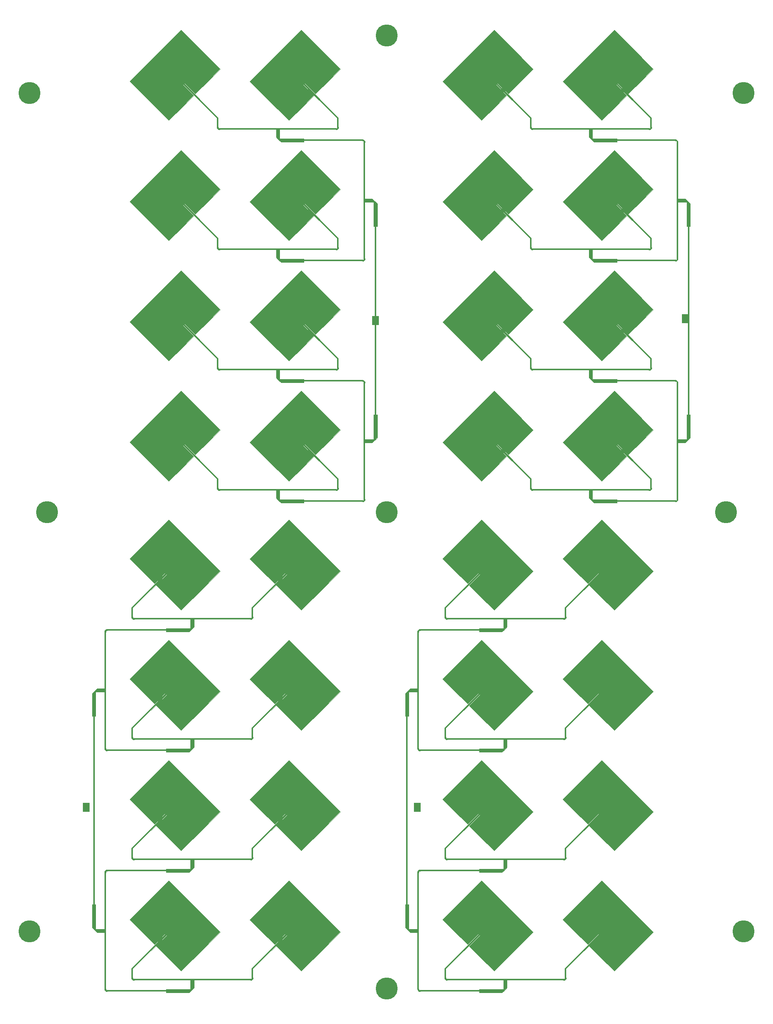
<source format=gbr>
%TF.GenerationSoftware,KiCad,Pcbnew,5.99.0-unknown-283d176cdc~117~ubuntu20.04.1*%
%TF.CreationDate,2021-02-27T15:30:38-06:00*%
%TF.ProjectId,FlatPanel4x4_tighter,466c6174-5061-46e6-956c-3478345f7469,rev?*%
%TF.SameCoordinates,Original*%
%TF.FileFunction,Copper,L2,Bot*%
%TF.FilePolarity,Positive*%
%FSLAX46Y46*%
G04 Gerber Fmt 4.6, Leading zero omitted, Abs format (unit mm)*
G04 Created by KiCad (PCBNEW 5.99.0-unknown-283d176cdc~117~ubuntu20.04.1) date 2021-02-27 15:30:38*
%MOMM*%
%LPD*%
G01*
G04 APERTURE LIST*
G04 Aperture macros list*
%AMRotRect*
0 Rectangle, with rotation*
0 The origin of the aperture is its center*
0 $1 length*
0 $2 width*
0 $3 Rotation angle, in degrees counterclockwise*
0 Add horizontal line*
21,1,$1,$2,0,0,$3*%
%AMFreePoly0*
4,1,13,0.997739,0.781656,0.997754,0.781621,0.997754,-0.782490,0.997739,-0.782525,0.997704,-0.782540,-1.001585,-0.782540,-1.001620,-0.782525,-1.001635,-0.782490,-1.001635,0.781620,-1.001620,0.781655,-1.001585,0.781670,0.997704,0.781671,0.997739,0.781656,0.997739,0.781656,$1*%
G04 Aperture macros list end*
%TA.AperFunction,EtchedComponent*%
%ADD10C,0.000100*%
%TD*%
%TA.AperFunction,EtchedComponent*%
%ADD11C,0.001000*%
%TD*%
%TA.AperFunction,ComponentPad*%
%ADD12C,2.900000*%
%TD*%
%TA.AperFunction,ConnectorPad*%
%ADD13C,5.000000*%
%TD*%
%TA.AperFunction,SMDPad,CuDef*%
%ADD14RotRect,0.313000X0.180000X45.000000*%
%TD*%
%TA.AperFunction,SMDPad,CuDef*%
%ADD15RotRect,0.313000X0.180000X315.000000*%
%TD*%
%TA.AperFunction,SMDPad,CuDef*%
%ADD16R,0.792400X0.792400*%
%TD*%
%TA.AperFunction,ConnectorPad*%
%ADD17R,0.308000X0.282000*%
%TD*%
%TA.AperFunction,ConnectorPad*%
%ADD18R,0.282000X0.308000*%
%TD*%
%TA.AperFunction,WasherPad*%
%ADD19C,1.565000*%
%TD*%
%TA.AperFunction,SMDPad,CuDef*%
%ADD20FreePoly0,90.000000*%
%TD*%
%TA.AperFunction,SMDPad,CuDef*%
%ADD21FreePoly0,270.000000*%
%TD*%
%TA.AperFunction,Conductor*%
%ADD22C,0.308200*%
%TD*%
G04 APERTURE END LIST*
D10*
%TO.C,AE5*%
X47125917Y-15904592D02*
X46904592Y-16125917D01*
X46904592Y-16125917D02*
X50411842Y-19633166D01*
X50411842Y-19633166D02*
X50633166Y-19411842D01*
X50633166Y-19411842D02*
X47125917Y-15904592D01*
G36*
X50633166Y-19411842D02*
G01*
X50411842Y-19633166D01*
X46904592Y-16125917D01*
X47125917Y-15904592D01*
X50633166Y-19411842D01*
G37*
X50633166Y-19411842D02*
X50411842Y-19633166D01*
X46904592Y-16125917D01*
X47125917Y-15904592D01*
X50633166Y-19411842D01*
D11*
X46834232Y-16196276D02*
X47196352Y-15834157D01*
X47196352Y-15834157D02*
X49600515Y-18238320D01*
X49600515Y-18238320D02*
X55253048Y-12585786D01*
X55253048Y-12585786D02*
X46414214Y-3746952D01*
X46414214Y-3746952D02*
X34746952Y-15414214D01*
X34746952Y-15414214D02*
X43585786Y-24253048D01*
X43585786Y-24253048D02*
X49238395Y-18600440D01*
X49238395Y-18600440D02*
X46834232Y-16196276D01*
G36*
X55253048Y-12585786D02*
G01*
X49600515Y-18238320D01*
X47196352Y-15834157D01*
X46834232Y-16196276D01*
X49238395Y-18600440D01*
X43585786Y-24253048D01*
X34746952Y-15414214D01*
X46414214Y-3746952D01*
X55253048Y-12585786D01*
G37*
X55253048Y-12585786D02*
X49600515Y-18238320D01*
X47196352Y-15834157D01*
X46834232Y-16196276D01*
X49238395Y-18600440D01*
X43585786Y-24253048D01*
X34746952Y-15414214D01*
X46414214Y-3746952D01*
X55253048Y-12585786D01*
X42803724Y-181354232D02*
X43165843Y-181716352D01*
X43165843Y-181716352D02*
X40761680Y-184120515D01*
X40761680Y-184120515D02*
X46414214Y-189773048D01*
X46414214Y-189773048D02*
X55253048Y-180934214D01*
X55253048Y-180934214D02*
X43585786Y-169266952D01*
X43585786Y-169266952D02*
X34746952Y-178105786D01*
X34746952Y-178105786D02*
X40399560Y-183758395D01*
X40399560Y-183758395D02*
X42803724Y-181354232D01*
G36*
X55253048Y-180934214D02*
G01*
X46414214Y-189773048D01*
X40761680Y-184120515D01*
X43165843Y-181716352D01*
X42803724Y-181354232D01*
X40399560Y-183758395D01*
X34746952Y-178105786D01*
X43585786Y-169266952D01*
X55253048Y-180934214D01*
G37*
X55253048Y-180934214D02*
X46414214Y-189773048D01*
X40761680Y-184120515D01*
X43165843Y-181716352D01*
X42803724Y-181354232D01*
X40399560Y-183758395D01*
X34746952Y-178105786D01*
X43585786Y-169266952D01*
X55253048Y-180934214D01*
D10*
X43095408Y-181645917D02*
X42874083Y-181424592D01*
X42874083Y-181424592D02*
X39366834Y-184931842D01*
X39366834Y-184931842D02*
X39588158Y-185153166D01*
X39588158Y-185153166D02*
X43095408Y-181645917D01*
G36*
X43095408Y-181645917D02*
G01*
X39588158Y-185153166D01*
X39366834Y-184931842D01*
X42874083Y-181424592D01*
X43095408Y-181645917D01*
G37*
X43095408Y-181645917D02*
X39588158Y-185153166D01*
X39366834Y-184931842D01*
X42874083Y-181424592D01*
X43095408Y-181645917D01*
%TO.C,REF\u002A\u002A*%
X49336000Y-193524000D02*
X49336000Y-191854273D01*
X49336000Y-191854273D02*
X48544000Y-191854273D01*
X48544000Y-191854273D02*
X48544000Y-193854000D01*
X48544000Y-193854000D02*
X49006000Y-193854000D01*
X49006000Y-193854000D02*
X49336000Y-193524000D01*
G36*
X49336000Y-193524000D02*
G01*
X49006000Y-193854000D01*
X48544000Y-193854000D01*
X48544000Y-191854273D01*
X49336000Y-191854273D01*
X49336000Y-193524000D01*
G37*
X49336000Y-193524000D02*
X49006000Y-193854000D01*
X48544000Y-193854000D01*
X48544000Y-191854273D01*
X49336000Y-191854273D01*
X49336000Y-193524000D01*
X43019295Y-193854000D02*
X43019295Y-194646000D01*
X43019295Y-194646000D02*
X48214000Y-194646000D01*
X48214000Y-194646000D02*
X49006000Y-193854000D01*
X49006000Y-193854000D02*
X48544000Y-193854000D01*
X48544000Y-193854000D02*
X43019295Y-193854000D01*
G36*
X48214000Y-194646000D02*
G01*
X43019295Y-194646000D01*
X43019295Y-193854000D01*
X49006000Y-193854000D01*
X48214000Y-194646000D01*
G37*
X48214000Y-194646000D02*
X43019295Y-194646000D01*
X43019295Y-193854000D01*
X49006000Y-193854000D01*
X48214000Y-194646000D01*
%TO.C,AE7*%
X70355408Y-127125917D02*
X70134083Y-126904592D01*
X70134083Y-126904592D02*
X66626834Y-130411842D01*
X66626834Y-130411842D02*
X66848158Y-130633166D01*
X66848158Y-130633166D02*
X70355408Y-127125917D01*
G36*
X70355408Y-127125917D02*
G01*
X66848158Y-130633166D01*
X66626834Y-130411842D01*
X70134083Y-126904592D01*
X70355408Y-127125917D01*
G37*
X70355408Y-127125917D02*
X66848158Y-130633166D01*
X66626834Y-130411842D01*
X70134083Y-126904592D01*
X70355408Y-127125917D01*
D11*
X70063724Y-126834232D02*
X70425843Y-127196352D01*
X70425843Y-127196352D02*
X68021680Y-129600515D01*
X68021680Y-129600515D02*
X73674214Y-135253048D01*
X73674214Y-135253048D02*
X82513048Y-126414214D01*
X82513048Y-126414214D02*
X70845786Y-114746952D01*
X70845786Y-114746952D02*
X62006952Y-123585786D01*
X62006952Y-123585786D02*
X67659560Y-129238395D01*
X67659560Y-129238395D02*
X70063724Y-126834232D01*
G36*
X82513048Y-126414214D02*
G01*
X73674214Y-135253048D01*
X68021680Y-129600515D01*
X70425843Y-127196352D01*
X70063724Y-126834232D01*
X67659560Y-129238395D01*
X62006952Y-123585786D01*
X70845786Y-114746952D01*
X82513048Y-126414214D01*
G37*
X82513048Y-126414214D02*
X73674214Y-135253048D01*
X68021680Y-129600515D01*
X70425843Y-127196352D01*
X70063724Y-126834232D01*
X67659560Y-129238395D01*
X62006952Y-123585786D01*
X70845786Y-114746952D01*
X82513048Y-126414214D01*
%TO.C,AE4*%
X145094232Y-97976276D02*
X145456352Y-97614157D01*
X145456352Y-97614157D02*
X147860515Y-100018320D01*
X147860515Y-100018320D02*
X153513048Y-94365786D01*
X153513048Y-94365786D02*
X144674214Y-85526952D01*
X144674214Y-85526952D02*
X133006952Y-97194214D01*
X133006952Y-97194214D02*
X141845786Y-106033048D01*
X141845786Y-106033048D02*
X147498395Y-100380440D01*
X147498395Y-100380440D02*
X145094232Y-97976276D01*
G36*
X153513048Y-94365786D02*
G01*
X147860515Y-100018320D01*
X145456352Y-97614157D01*
X145094232Y-97976276D01*
X147498395Y-100380440D01*
X141845786Y-106033048D01*
X133006952Y-97194214D01*
X144674214Y-85526952D01*
X153513048Y-94365786D01*
G37*
X153513048Y-94365786D02*
X147860515Y-100018320D01*
X145456352Y-97614157D01*
X145094232Y-97976276D01*
X147498395Y-100380440D01*
X141845786Y-106033048D01*
X133006952Y-97194214D01*
X144674214Y-85526952D01*
X153513048Y-94365786D01*
D10*
X145385917Y-97684592D02*
X145164592Y-97905917D01*
X145164592Y-97905917D02*
X148671842Y-101413166D01*
X148671842Y-101413166D02*
X148893166Y-101191842D01*
X148893166Y-101191842D02*
X145385917Y-97684592D01*
G36*
X148893166Y-101191842D02*
G01*
X148671842Y-101413166D01*
X145164592Y-97905917D01*
X145385917Y-97684592D01*
X148893166Y-101191842D01*
G37*
X148893166Y-101191842D02*
X148671842Y-101413166D01*
X145164592Y-97905917D01*
X145385917Y-97684592D01*
X148893166Y-101191842D01*
%TO.C,REF\u002A\u002A*%
X120336000Y-139004000D02*
X120336000Y-137334273D01*
X120336000Y-137334273D02*
X119544000Y-137334273D01*
X119544000Y-137334273D02*
X119544000Y-139334000D01*
X119544000Y-139334000D02*
X120006000Y-139334000D01*
X120006000Y-139334000D02*
X120336000Y-139004000D01*
G36*
X120336000Y-139004000D02*
G01*
X120006000Y-139334000D01*
X119544000Y-139334000D01*
X119544000Y-137334273D01*
X120336000Y-137334273D01*
X120336000Y-139004000D01*
G37*
X120336000Y-139004000D02*
X120006000Y-139334000D01*
X119544000Y-139334000D01*
X119544000Y-137334273D01*
X120336000Y-137334273D01*
X120336000Y-139004000D01*
X114019295Y-139334000D02*
X114019295Y-140126000D01*
X114019295Y-140126000D02*
X119214000Y-140126000D01*
X119214000Y-140126000D02*
X120006000Y-139334000D01*
X120006000Y-139334000D02*
X119544000Y-139334000D01*
X119544000Y-139334000D02*
X114019295Y-139334000D01*
G36*
X119214000Y-140126000D02*
G01*
X114019295Y-140126000D01*
X114019295Y-139334000D01*
X120006000Y-139334000D01*
X119214000Y-140126000D01*
G37*
X119214000Y-140126000D02*
X114019295Y-140126000D01*
X114019295Y-139334000D01*
X120006000Y-139334000D01*
X119214000Y-140126000D01*
%TO.C,AA5*%
X106488864Y-219115704D02*
X106771029Y-219115704D01*
X106771029Y-219115704D02*
X106771029Y-218807704D01*
X106771029Y-218807704D02*
X106462864Y-218807588D01*
X106462864Y-218807588D02*
X106462864Y-218499209D01*
X106462864Y-218499209D02*
X106154864Y-218499704D01*
X106154864Y-218499704D02*
X106154864Y-218781704D01*
X106154864Y-218781704D02*
X106488864Y-219115704D01*
G36*
X106462864Y-218807588D02*
G01*
X106771029Y-218807704D01*
X106771029Y-219115704D01*
X106488864Y-219115704D01*
X106154864Y-218781704D01*
X106154864Y-218499704D01*
X106462864Y-218499209D01*
X106462864Y-218807588D01*
G37*
X106462864Y-218807588D02*
X106771029Y-218807704D01*
X106771029Y-219115704D01*
X106488864Y-219115704D01*
X106154864Y-218781704D01*
X106154864Y-218499704D01*
X106462864Y-218499209D01*
X106462864Y-218807588D01*
%TO.C,REF\u002A\u002A*%
X74255705Y-82869000D02*
X74255705Y-83661000D01*
X74255705Y-83661000D02*
X69061000Y-83661000D01*
X69061000Y-83661000D02*
X68269000Y-82869000D01*
X68269000Y-82869000D02*
X68731000Y-82869000D01*
X68731000Y-82869000D02*
X74255705Y-82869000D01*
G36*
X74255705Y-83661000D02*
G01*
X69061000Y-83661000D01*
X68269000Y-82869000D01*
X74255705Y-82869000D01*
X74255705Y-83661000D01*
G37*
X74255705Y-83661000D02*
X69061000Y-83661000D01*
X68269000Y-82869000D01*
X74255705Y-82869000D01*
X74255705Y-83661000D01*
X67939000Y-82539000D02*
X67939000Y-80869273D01*
X67939000Y-80869273D02*
X68731000Y-80869273D01*
X68731000Y-80869273D02*
X68731000Y-82869000D01*
X68731000Y-82869000D02*
X68269000Y-82869000D01*
X68269000Y-82869000D02*
X67939000Y-82539000D01*
G36*
X68731000Y-82869000D02*
G01*
X68269000Y-82869000D01*
X67939000Y-82539000D01*
X67939000Y-80869273D01*
X68731000Y-80869273D01*
X68731000Y-82869000D01*
G37*
X68731000Y-82869000D02*
X68269000Y-82869000D01*
X67939000Y-82539000D01*
X67939000Y-80869273D01*
X68731000Y-80869273D01*
X68731000Y-82869000D01*
%TO.C,AA5*%
X100026000Y-139910000D02*
X100026000Y-140192165D01*
X100026000Y-140192165D02*
X100334000Y-140192165D01*
X100334000Y-140192165D02*
X100334116Y-139884000D01*
X100334116Y-139884000D02*
X100642495Y-139884000D01*
X100642495Y-139884000D02*
X100642000Y-139576000D01*
X100642000Y-139576000D02*
X100360000Y-139576000D01*
X100360000Y-139576000D02*
X100026000Y-139910000D01*
G36*
X100642495Y-139884000D02*
G01*
X100334116Y-139884000D01*
X100334000Y-140192165D01*
X100026000Y-140192165D01*
X100026000Y-139910000D01*
X100360000Y-139576000D01*
X100642000Y-139576000D01*
X100642495Y-139884000D01*
G37*
X100642495Y-139884000D02*
X100334116Y-139884000D01*
X100334000Y-140192165D01*
X100026000Y-140192165D01*
X100026000Y-139910000D01*
X100360000Y-139576000D01*
X100642000Y-139576000D01*
X100642495Y-139884000D01*
%TO.C,REF\u002A\u002A*%
X89779000Y-97291000D02*
X88109273Y-97291000D01*
X88109273Y-97291000D02*
X88109273Y-96499000D01*
X88109273Y-96499000D02*
X90109000Y-96499000D01*
X90109000Y-96499000D02*
X90109000Y-96961000D01*
X90109000Y-96961000D02*
X89779000Y-97291000D01*
G36*
X90109000Y-96961000D02*
G01*
X89779000Y-97291000D01*
X88109273Y-97291000D01*
X88109273Y-96499000D01*
X90109000Y-96499000D01*
X90109000Y-96961000D01*
G37*
X90109000Y-96961000D02*
X89779000Y-97291000D01*
X88109273Y-97291000D01*
X88109273Y-96499000D01*
X90109000Y-96499000D01*
X90109000Y-96961000D01*
X90109000Y-90974295D02*
X90901000Y-90974295D01*
X90901000Y-90974295D02*
X90901000Y-96169000D01*
X90901000Y-96169000D02*
X90109000Y-96961000D01*
X90109000Y-96961000D02*
X90109000Y-96499000D01*
X90109000Y-96499000D02*
X90109000Y-90974295D01*
G36*
X90901000Y-96169000D02*
G01*
X90109000Y-96961000D01*
X90109000Y-90974295D01*
X90901000Y-90974295D01*
X90901000Y-96169000D01*
G37*
X90901000Y-96169000D02*
X90109000Y-96961000D01*
X90109000Y-90974295D01*
X90901000Y-90974295D01*
X90901000Y-96169000D01*
%TO.C,AE7*%
X141355408Y-127125917D02*
X141134083Y-126904592D01*
X141134083Y-126904592D02*
X137626834Y-130411842D01*
X137626834Y-130411842D02*
X137848158Y-130633166D01*
X137848158Y-130633166D02*
X141355408Y-127125917D01*
G36*
X141355408Y-127125917D02*
G01*
X137848158Y-130633166D01*
X137626834Y-130411842D01*
X141134083Y-126904592D01*
X141355408Y-127125917D01*
G37*
X141355408Y-127125917D02*
X137848158Y-130633166D01*
X137626834Y-130411842D01*
X141134083Y-126904592D01*
X141355408Y-127125917D01*
D11*
X141063724Y-126834232D02*
X141425843Y-127196352D01*
X141425843Y-127196352D02*
X139021680Y-129600515D01*
X139021680Y-129600515D02*
X144674214Y-135253048D01*
X144674214Y-135253048D02*
X153513048Y-126414214D01*
X153513048Y-126414214D02*
X141845786Y-114746952D01*
X141845786Y-114746952D02*
X133006952Y-123585786D01*
X133006952Y-123585786D02*
X138659560Y-129238395D01*
X138659560Y-129238395D02*
X141063724Y-126834232D01*
G36*
X153513048Y-126414214D02*
G01*
X144674214Y-135253048D01*
X139021680Y-129600515D01*
X141425843Y-127196352D01*
X141063724Y-126834232D01*
X138659560Y-129238395D01*
X133006952Y-123585786D01*
X141845786Y-114746952D01*
X153513048Y-126414214D01*
G37*
X153513048Y-126414214D02*
X144674214Y-135253048D01*
X139021680Y-129600515D01*
X141425843Y-127196352D01*
X141063724Y-126834232D01*
X138659560Y-129238395D01*
X133006952Y-123585786D01*
X141845786Y-114746952D01*
X153513048Y-126414214D01*
D10*
%TO.C,REF\u002A\u002A*%
X120336000Y-193524000D02*
X120336000Y-191854273D01*
X120336000Y-191854273D02*
X119544000Y-191854273D01*
X119544000Y-191854273D02*
X119544000Y-193854000D01*
X119544000Y-193854000D02*
X120006000Y-193854000D01*
X120006000Y-193854000D02*
X120336000Y-193524000D01*
G36*
X120336000Y-193524000D02*
G01*
X120006000Y-193854000D01*
X119544000Y-193854000D01*
X119544000Y-191854273D01*
X120336000Y-191854273D01*
X120336000Y-193524000D01*
G37*
X120336000Y-193524000D02*
X120006000Y-193854000D01*
X119544000Y-193854000D01*
X119544000Y-191854273D01*
X120336000Y-191854273D01*
X120336000Y-193524000D01*
X114019295Y-193854000D02*
X114019295Y-194646000D01*
X114019295Y-194646000D02*
X119214000Y-194646000D01*
X119214000Y-194646000D02*
X120006000Y-193854000D01*
X120006000Y-193854000D02*
X119544000Y-193854000D01*
X119544000Y-193854000D02*
X114019295Y-193854000D01*
G36*
X119214000Y-194646000D02*
G01*
X114019295Y-194646000D01*
X114019295Y-193854000D01*
X120006000Y-193854000D01*
X119214000Y-194646000D01*
G37*
X119214000Y-194646000D02*
X114019295Y-194646000D01*
X114019295Y-193854000D01*
X120006000Y-193854000D01*
X119214000Y-194646000D01*
X98361000Y-208276000D02*
X100030727Y-208276000D01*
X100030727Y-208276000D02*
X100030727Y-207484000D01*
X100030727Y-207484000D02*
X98031000Y-207484000D01*
X98031000Y-207484000D02*
X98031000Y-207946000D01*
X98031000Y-207946000D02*
X98361000Y-208276000D01*
G36*
X100030727Y-208276000D02*
G01*
X98361000Y-208276000D01*
X98031000Y-207946000D01*
X98031000Y-207484000D01*
X100030727Y-207484000D01*
X100030727Y-208276000D01*
G37*
X100030727Y-208276000D02*
X98361000Y-208276000D01*
X98031000Y-207946000D01*
X98031000Y-207484000D01*
X100030727Y-207484000D01*
X100030727Y-208276000D01*
X98031000Y-201959295D02*
X97239000Y-201959295D01*
X97239000Y-201959295D02*
X97239000Y-207154000D01*
X97239000Y-207154000D02*
X98031000Y-207946000D01*
X98031000Y-207946000D02*
X98031000Y-207484000D01*
X98031000Y-207484000D02*
X98031000Y-201959295D01*
G36*
X98031000Y-207946000D02*
G01*
X97239000Y-207154000D01*
X97239000Y-201959295D01*
X98031000Y-201959295D01*
X98031000Y-207946000D01*
G37*
X98031000Y-207946000D02*
X97239000Y-207154000D01*
X97239000Y-201959295D01*
X98031000Y-201959295D01*
X98031000Y-207946000D01*
%TO.C,AE2*%
X118125917Y-97684592D02*
X117904592Y-97905917D01*
X117904592Y-97905917D02*
X121411842Y-101413166D01*
X121411842Y-101413166D02*
X121633166Y-101191842D01*
X121633166Y-101191842D02*
X118125917Y-97684592D01*
G36*
X121633166Y-101191842D02*
G01*
X121411842Y-101413166D01*
X117904592Y-97905917D01*
X118125917Y-97684592D01*
X121633166Y-101191842D01*
G37*
X121633166Y-101191842D02*
X121411842Y-101413166D01*
X117904592Y-97905917D01*
X118125917Y-97684592D01*
X121633166Y-101191842D01*
D11*
X117834232Y-97976276D02*
X118196352Y-97614157D01*
X118196352Y-97614157D02*
X120600515Y-100018320D01*
X120600515Y-100018320D02*
X126253048Y-94365786D01*
X126253048Y-94365786D02*
X117414214Y-85526952D01*
X117414214Y-85526952D02*
X105746952Y-97194214D01*
X105746952Y-97194214D02*
X114585786Y-106033048D01*
X114585786Y-106033048D02*
X120238395Y-100380440D01*
X120238395Y-100380440D02*
X117834232Y-97976276D01*
G36*
X126253048Y-94365786D02*
G01*
X120600515Y-100018320D01*
X118196352Y-97614157D01*
X117834232Y-97976276D01*
X120238395Y-100380440D01*
X114585786Y-106033048D01*
X105746952Y-97194214D01*
X117414214Y-85526952D01*
X126253048Y-94365786D01*
G37*
X126253048Y-94365786D02*
X120600515Y-100018320D01*
X118196352Y-97614157D01*
X117834232Y-97976276D01*
X120238395Y-100380440D01*
X114585786Y-106033048D01*
X105746952Y-97194214D01*
X117414214Y-85526952D01*
X126253048Y-94365786D01*
%TO.C,AE8*%
X74094232Y-43456276D02*
X74456352Y-43094157D01*
X74456352Y-43094157D02*
X76860515Y-45498320D01*
X76860515Y-45498320D02*
X82513048Y-39845786D01*
X82513048Y-39845786D02*
X73674214Y-31006952D01*
X73674214Y-31006952D02*
X62006952Y-42674214D01*
X62006952Y-42674214D02*
X70845786Y-51513048D01*
X70845786Y-51513048D02*
X76498395Y-45860440D01*
X76498395Y-45860440D02*
X74094232Y-43456276D01*
G36*
X82513048Y-39845786D02*
G01*
X76860515Y-45498320D01*
X74456352Y-43094157D01*
X74094232Y-43456276D01*
X76498395Y-45860440D01*
X70845786Y-51513048D01*
X62006952Y-42674214D01*
X73674214Y-31006952D01*
X82513048Y-39845786D01*
G37*
X82513048Y-39845786D02*
X76860515Y-45498320D01*
X74456352Y-43094157D01*
X74094232Y-43456276D01*
X76498395Y-45860440D01*
X70845786Y-51513048D01*
X62006952Y-42674214D01*
X73674214Y-31006952D01*
X82513048Y-39845786D01*
D10*
X74385917Y-43164592D02*
X74164592Y-43385917D01*
X74164592Y-43385917D02*
X77671842Y-46893166D01*
X77671842Y-46893166D02*
X77893166Y-46671842D01*
X77893166Y-46671842D02*
X74385917Y-43164592D01*
G36*
X77893166Y-46671842D02*
G01*
X77671842Y-46893166D01*
X74164592Y-43385917D01*
X74385917Y-43164592D01*
X77893166Y-46671842D01*
G37*
X77893166Y-46671842D02*
X77671842Y-46893166D01*
X74164592Y-43385917D01*
X74385917Y-43164592D01*
X77893166Y-46671842D01*
%TO.C,REF\u002A\u002A*%
X43019295Y-166594000D02*
X43019295Y-167386000D01*
X43019295Y-167386000D02*
X48214000Y-167386000D01*
X48214000Y-167386000D02*
X49006000Y-166594000D01*
X49006000Y-166594000D02*
X48544000Y-166594000D01*
X48544000Y-166594000D02*
X43019295Y-166594000D01*
G36*
X48214000Y-167386000D02*
G01*
X43019295Y-167386000D01*
X43019295Y-166594000D01*
X49006000Y-166594000D01*
X48214000Y-167386000D01*
G37*
X48214000Y-167386000D02*
X43019295Y-167386000D01*
X43019295Y-166594000D01*
X49006000Y-166594000D01*
X48214000Y-167386000D01*
X49336000Y-166264000D02*
X49336000Y-164594273D01*
X49336000Y-164594273D02*
X48544000Y-164594273D01*
X48544000Y-164594273D02*
X48544000Y-166594000D01*
X48544000Y-166594000D02*
X49006000Y-166594000D01*
X49006000Y-166594000D02*
X49336000Y-166264000D01*
G36*
X49336000Y-166264000D02*
G01*
X49006000Y-166594000D01*
X48544000Y-166594000D01*
X48544000Y-164594273D01*
X49336000Y-164594273D01*
X49336000Y-166264000D01*
G37*
X49336000Y-166264000D02*
X49006000Y-166594000D01*
X48544000Y-166594000D01*
X48544000Y-164594273D01*
X49336000Y-164594273D01*
X49336000Y-166264000D01*
%TO.C,AE7*%
X70355408Y-181645917D02*
X70134083Y-181424592D01*
X70134083Y-181424592D02*
X66626834Y-184931842D01*
X66626834Y-184931842D02*
X66848158Y-185153166D01*
X66848158Y-185153166D02*
X70355408Y-181645917D01*
G36*
X70355408Y-181645917D02*
G01*
X66848158Y-185153166D01*
X66626834Y-184931842D01*
X70134083Y-181424592D01*
X70355408Y-181645917D01*
G37*
X70355408Y-181645917D02*
X66848158Y-185153166D01*
X66626834Y-184931842D01*
X70134083Y-181424592D01*
X70355408Y-181645917D01*
D11*
X70063724Y-181354232D02*
X70425843Y-181716352D01*
X70425843Y-181716352D02*
X68021680Y-184120515D01*
X68021680Y-184120515D02*
X73674214Y-189773048D01*
X73674214Y-189773048D02*
X82513048Y-180934214D01*
X82513048Y-180934214D02*
X70845786Y-169266952D01*
X70845786Y-169266952D02*
X62006952Y-178105786D01*
X62006952Y-178105786D02*
X67659560Y-183758395D01*
X67659560Y-183758395D02*
X70063724Y-181354232D01*
G36*
X82513048Y-180934214D02*
G01*
X73674214Y-189773048D01*
X68021680Y-184120515D01*
X70425843Y-181716352D01*
X70063724Y-181354232D01*
X67659560Y-183758395D01*
X62006952Y-178105786D01*
X70845786Y-169266952D01*
X82513048Y-180934214D01*
G37*
X82513048Y-180934214D02*
X73674214Y-189773048D01*
X68021680Y-184120515D01*
X70425843Y-181716352D01*
X70063724Y-181354232D01*
X67659560Y-183758395D01*
X62006952Y-178105786D01*
X70845786Y-169266952D01*
X82513048Y-180934214D01*
%TO.C,AE5*%
X42803724Y-126834232D02*
X43165843Y-127196352D01*
X43165843Y-127196352D02*
X40761680Y-129600515D01*
X40761680Y-129600515D02*
X46414214Y-135253048D01*
X46414214Y-135253048D02*
X55253048Y-126414214D01*
X55253048Y-126414214D02*
X43585786Y-114746952D01*
X43585786Y-114746952D02*
X34746952Y-123585786D01*
X34746952Y-123585786D02*
X40399560Y-129238395D01*
X40399560Y-129238395D02*
X42803724Y-126834232D01*
G36*
X55253048Y-126414214D02*
G01*
X46414214Y-135253048D01*
X40761680Y-129600515D01*
X43165843Y-127196352D01*
X42803724Y-126834232D01*
X40399560Y-129238395D01*
X34746952Y-123585786D01*
X43585786Y-114746952D01*
X55253048Y-126414214D01*
G37*
X55253048Y-126414214D02*
X46414214Y-135253048D01*
X40761680Y-129600515D01*
X43165843Y-127196352D01*
X42803724Y-126834232D01*
X40399560Y-129238395D01*
X34746952Y-123585786D01*
X43585786Y-114746952D01*
X55253048Y-126414214D01*
D10*
X43095408Y-127125917D02*
X42874083Y-126904592D01*
X42874083Y-126904592D02*
X39366834Y-130411842D01*
X39366834Y-130411842D02*
X39588158Y-130633166D01*
X39588158Y-130633166D02*
X43095408Y-127125917D01*
G36*
X43095408Y-127125917D02*
G01*
X39588158Y-130633166D01*
X39366834Y-130411842D01*
X42874083Y-126904592D01*
X43095408Y-127125917D01*
G37*
X43095408Y-127125917D02*
X39588158Y-130633166D01*
X39366834Y-130411842D01*
X42874083Y-126904592D01*
X43095408Y-127125917D01*
D11*
X117834232Y-16196276D02*
X118196352Y-15834157D01*
X118196352Y-15834157D02*
X120600515Y-18238320D01*
X120600515Y-18238320D02*
X126253048Y-12585786D01*
X126253048Y-12585786D02*
X117414214Y-3746952D01*
X117414214Y-3746952D02*
X105746952Y-15414214D01*
X105746952Y-15414214D02*
X114585786Y-24253048D01*
X114585786Y-24253048D02*
X120238395Y-18600440D01*
X120238395Y-18600440D02*
X117834232Y-16196276D01*
G36*
X126253048Y-12585786D02*
G01*
X120600515Y-18238320D01*
X118196352Y-15834157D01*
X117834232Y-16196276D01*
X120238395Y-18600440D01*
X114585786Y-24253048D01*
X105746952Y-15414214D01*
X117414214Y-3746952D01*
X126253048Y-12585786D01*
G37*
X126253048Y-12585786D02*
X120600515Y-18238320D01*
X118196352Y-15834157D01*
X117834232Y-16196276D01*
X120238395Y-18600440D01*
X114585786Y-24253048D01*
X105746952Y-15414214D01*
X117414214Y-3746952D01*
X126253048Y-12585786D01*
D10*
X118125917Y-15904592D02*
X117904592Y-16125917D01*
X117904592Y-16125917D02*
X121411842Y-19633166D01*
X121411842Y-19633166D02*
X121633166Y-19411842D01*
X121633166Y-19411842D02*
X118125917Y-15904592D01*
G36*
X121633166Y-19411842D02*
G01*
X121411842Y-19633166D01*
X117904592Y-16125917D01*
X118125917Y-15904592D01*
X121633166Y-19411842D01*
G37*
X121633166Y-19411842D02*
X121411842Y-19633166D01*
X117904592Y-16125917D01*
X118125917Y-15904592D01*
X121633166Y-19411842D01*
%TO.C,REF\u002A\u002A*%
X74255705Y-110129000D02*
X74255705Y-110921000D01*
X74255705Y-110921000D02*
X69061000Y-110921000D01*
X69061000Y-110921000D02*
X68269000Y-110129000D01*
X68269000Y-110129000D02*
X68731000Y-110129000D01*
X68731000Y-110129000D02*
X74255705Y-110129000D01*
G36*
X74255705Y-110921000D02*
G01*
X69061000Y-110921000D01*
X68269000Y-110129000D01*
X74255705Y-110129000D01*
X74255705Y-110921000D01*
G37*
X74255705Y-110921000D02*
X69061000Y-110921000D01*
X68269000Y-110129000D01*
X74255705Y-110129000D01*
X74255705Y-110921000D01*
X67939000Y-109799000D02*
X67939000Y-108129273D01*
X67939000Y-108129273D02*
X68731000Y-108129273D01*
X68731000Y-108129273D02*
X68731000Y-110129000D01*
X68731000Y-110129000D02*
X68269000Y-110129000D01*
X68269000Y-110129000D02*
X67939000Y-109799000D01*
G36*
X68731000Y-110129000D02*
G01*
X68269000Y-110129000D01*
X67939000Y-109799000D01*
X67939000Y-108129273D01*
X68731000Y-108129273D01*
X68731000Y-110129000D01*
G37*
X68731000Y-110129000D02*
X68269000Y-110129000D01*
X67939000Y-109799000D01*
X67939000Y-108129273D01*
X68731000Y-108129273D01*
X68731000Y-110129000D01*
X67939000Y-55279000D02*
X67939000Y-53609273D01*
X67939000Y-53609273D02*
X68731000Y-53609273D01*
X68731000Y-53609273D02*
X68731000Y-55609000D01*
X68731000Y-55609000D02*
X68269000Y-55609000D01*
X68269000Y-55609000D02*
X67939000Y-55279000D01*
G36*
X68731000Y-55609000D02*
G01*
X68269000Y-55609000D01*
X67939000Y-55279000D01*
X67939000Y-53609273D01*
X68731000Y-53609273D01*
X68731000Y-55609000D01*
G37*
X68731000Y-55609000D02*
X68269000Y-55609000D01*
X67939000Y-55279000D01*
X67939000Y-53609273D01*
X68731000Y-53609273D01*
X68731000Y-55609000D01*
X74255705Y-55609000D02*
X74255705Y-56401000D01*
X74255705Y-56401000D02*
X69061000Y-56401000D01*
X69061000Y-56401000D02*
X68269000Y-55609000D01*
X68269000Y-55609000D02*
X68731000Y-55609000D01*
X68731000Y-55609000D02*
X74255705Y-55609000D01*
G36*
X74255705Y-56401000D02*
G01*
X69061000Y-56401000D01*
X68269000Y-55609000D01*
X74255705Y-55609000D01*
X74255705Y-56401000D01*
G37*
X74255705Y-56401000D02*
X69061000Y-56401000D01*
X68269000Y-55609000D01*
X74255705Y-55609000D01*
X74255705Y-56401000D01*
X67939000Y-28019000D02*
X67939000Y-26349273D01*
X67939000Y-26349273D02*
X68731000Y-26349273D01*
X68731000Y-26349273D02*
X68731000Y-28349000D01*
X68731000Y-28349000D02*
X68269000Y-28349000D01*
X68269000Y-28349000D02*
X67939000Y-28019000D01*
G36*
X68731000Y-28349000D02*
G01*
X68269000Y-28349000D01*
X67939000Y-28019000D01*
X67939000Y-26349273D01*
X68731000Y-26349273D01*
X68731000Y-28349000D01*
G37*
X68731000Y-28349000D02*
X68269000Y-28349000D01*
X67939000Y-28019000D01*
X67939000Y-26349273D01*
X68731000Y-26349273D01*
X68731000Y-28349000D01*
X74255705Y-28349000D02*
X74255705Y-29141000D01*
X74255705Y-29141000D02*
X69061000Y-29141000D01*
X69061000Y-29141000D02*
X68269000Y-28349000D01*
X68269000Y-28349000D02*
X68731000Y-28349000D01*
X68731000Y-28349000D02*
X74255705Y-28349000D01*
G36*
X74255705Y-29141000D02*
G01*
X69061000Y-29141000D01*
X68269000Y-28349000D01*
X74255705Y-28349000D01*
X74255705Y-29141000D01*
G37*
X74255705Y-29141000D02*
X69061000Y-29141000D01*
X68269000Y-28349000D01*
X74255705Y-28349000D01*
X74255705Y-29141000D01*
%TO.C,AA5*%
X100360000Y-221664000D02*
X100642165Y-221664000D01*
X100642165Y-221664000D02*
X100642165Y-221356000D01*
X100642165Y-221356000D02*
X100334000Y-221355884D01*
X100334000Y-221355884D02*
X100334000Y-221047505D01*
X100334000Y-221047505D02*
X100026000Y-221048000D01*
X100026000Y-221048000D02*
X100026000Y-221330000D01*
X100026000Y-221330000D02*
X100360000Y-221664000D01*
G36*
X100334000Y-221355884D02*
G01*
X100642165Y-221356000D01*
X100642165Y-221664000D01*
X100360000Y-221664000D01*
X100026000Y-221330000D01*
X100026000Y-221048000D01*
X100334000Y-221047505D01*
X100334000Y-221355884D01*
G37*
X100334000Y-221355884D02*
X100642165Y-221356000D01*
X100642165Y-221664000D01*
X100360000Y-221664000D01*
X100026000Y-221330000D01*
X100026000Y-221048000D01*
X100334000Y-221047505D01*
X100334000Y-221355884D01*
D11*
%TO.C,AE5*%
X113803724Y-126834232D02*
X114165843Y-127196352D01*
X114165843Y-127196352D02*
X111761680Y-129600515D01*
X111761680Y-129600515D02*
X117414214Y-135253048D01*
X117414214Y-135253048D02*
X126253048Y-126414214D01*
X126253048Y-126414214D02*
X114585786Y-114746952D01*
X114585786Y-114746952D02*
X105746952Y-123585786D01*
X105746952Y-123585786D02*
X111399560Y-129238395D01*
X111399560Y-129238395D02*
X113803724Y-126834232D01*
G36*
X126253048Y-126414214D02*
G01*
X117414214Y-135253048D01*
X111761680Y-129600515D01*
X114165843Y-127196352D01*
X113803724Y-126834232D01*
X111399560Y-129238395D01*
X105746952Y-123585786D01*
X114585786Y-114746952D01*
X126253048Y-126414214D01*
G37*
X126253048Y-126414214D02*
X117414214Y-135253048D01*
X111761680Y-129600515D01*
X114165843Y-127196352D01*
X113803724Y-126834232D01*
X111399560Y-129238395D01*
X105746952Y-123585786D01*
X114585786Y-114746952D01*
X126253048Y-126414214D01*
D10*
X114095408Y-127125917D02*
X113874083Y-126904592D01*
X113874083Y-126904592D02*
X110366834Y-130411842D01*
X110366834Y-130411842D02*
X110588158Y-130633166D01*
X110588158Y-130633166D02*
X114095408Y-127125917D01*
G36*
X114095408Y-127125917D02*
G01*
X110588158Y-130633166D01*
X110366834Y-130411842D01*
X113874083Y-126904592D01*
X114095408Y-127125917D01*
G37*
X114095408Y-127125917D02*
X110588158Y-130633166D01*
X110366834Y-130411842D01*
X113874083Y-126904592D01*
X114095408Y-127125917D01*
%TO.C,AA5*%
X159114000Y-55825000D02*
X159114000Y-55542835D01*
X159114000Y-55542835D02*
X158806000Y-55542835D01*
X158806000Y-55542835D02*
X158805884Y-55851000D01*
X158805884Y-55851000D02*
X158497505Y-55851000D01*
X158497505Y-55851000D02*
X158498000Y-56159000D01*
X158498000Y-56159000D02*
X158780000Y-56159000D01*
X158780000Y-56159000D02*
X159114000Y-55825000D01*
G36*
X159114000Y-55825000D02*
G01*
X158780000Y-56159000D01*
X158498000Y-56159000D01*
X158497505Y-55851000D01*
X158805884Y-55851000D01*
X158806000Y-55542835D01*
X159114000Y-55542835D01*
X159114000Y-55825000D01*
G37*
X159114000Y-55825000D02*
X158780000Y-56159000D01*
X158498000Y-56159000D01*
X158497505Y-55851000D01*
X158805884Y-55851000D01*
X158806000Y-55542835D01*
X159114000Y-55542835D01*
X159114000Y-55825000D01*
%TO.C,AE6*%
X47125917Y-43164592D02*
X46904592Y-43385917D01*
X46904592Y-43385917D02*
X50411842Y-46893166D01*
X50411842Y-46893166D02*
X50633166Y-46671842D01*
X50633166Y-46671842D02*
X47125917Y-43164592D01*
G36*
X50633166Y-46671842D02*
G01*
X50411842Y-46893166D01*
X46904592Y-43385917D01*
X47125917Y-43164592D01*
X50633166Y-46671842D01*
G37*
X50633166Y-46671842D02*
X50411842Y-46893166D01*
X46904592Y-43385917D01*
X47125917Y-43164592D01*
X50633166Y-46671842D01*
D11*
X46834232Y-43456276D02*
X47196352Y-43094157D01*
X47196352Y-43094157D02*
X49600515Y-45498320D01*
X49600515Y-45498320D02*
X55253048Y-39845786D01*
X55253048Y-39845786D02*
X46414214Y-31006952D01*
X46414214Y-31006952D02*
X34746952Y-42674214D01*
X34746952Y-42674214D02*
X43585786Y-51513048D01*
X43585786Y-51513048D02*
X49238395Y-45860440D01*
X49238395Y-45860440D02*
X46834232Y-43456276D01*
G36*
X55253048Y-39845786D02*
G01*
X49600515Y-45498320D01*
X47196352Y-43094157D01*
X46834232Y-43456276D01*
X49238395Y-45860440D01*
X43585786Y-51513048D01*
X34746952Y-42674214D01*
X46414214Y-31006952D01*
X55253048Y-39845786D01*
G37*
X55253048Y-39845786D02*
X49600515Y-45498320D01*
X47196352Y-43094157D01*
X46834232Y-43456276D01*
X49238395Y-45860440D01*
X43585786Y-51513048D01*
X34746952Y-42674214D01*
X46414214Y-31006952D01*
X55253048Y-39845786D01*
D10*
%TO.C,AA5*%
X35490000Y-137339000D02*
X35772165Y-137339000D01*
X35772165Y-137339000D02*
X35772165Y-137031000D01*
X35772165Y-137031000D02*
X35464000Y-137030884D01*
X35464000Y-137030884D02*
X35464000Y-136722505D01*
X35464000Y-136722505D02*
X35156000Y-136723000D01*
X35156000Y-136723000D02*
X35156000Y-137005000D01*
X35156000Y-137005000D02*
X35490000Y-137339000D01*
G36*
X35464000Y-137030884D02*
G01*
X35772165Y-137031000D01*
X35772165Y-137339000D01*
X35490000Y-137339000D01*
X35156000Y-137005000D01*
X35156000Y-136723000D01*
X35464000Y-136722505D01*
X35464000Y-137030884D01*
G37*
X35464000Y-137030884D02*
X35772165Y-137031000D01*
X35772165Y-137339000D01*
X35490000Y-137339000D01*
X35156000Y-137005000D01*
X35156000Y-136723000D01*
X35464000Y-136722505D01*
X35464000Y-137030884D01*
X159114000Y-110345000D02*
X159114000Y-110062835D01*
X159114000Y-110062835D02*
X158806000Y-110062835D01*
X158806000Y-110062835D02*
X158805884Y-110371000D01*
X158805884Y-110371000D02*
X158497505Y-110371000D01*
X158497505Y-110371000D02*
X158498000Y-110679000D01*
X158498000Y-110679000D02*
X158780000Y-110679000D01*
X158780000Y-110679000D02*
X159114000Y-110345000D01*
G36*
X159114000Y-110345000D02*
G01*
X158780000Y-110679000D01*
X158498000Y-110679000D01*
X158497505Y-110371000D01*
X158805884Y-110371000D01*
X158806000Y-110062835D01*
X159114000Y-110062835D01*
X159114000Y-110345000D01*
G37*
X159114000Y-110345000D02*
X158780000Y-110679000D01*
X158498000Y-110679000D01*
X158497505Y-110371000D01*
X158805884Y-110371000D01*
X158806000Y-110062835D01*
X159114000Y-110062835D01*
X159114000Y-110345000D01*
%TO.C,REF\u002A\u002A*%
X114019295Y-166594000D02*
X114019295Y-167386000D01*
X114019295Y-167386000D02*
X119214000Y-167386000D01*
X119214000Y-167386000D02*
X120006000Y-166594000D01*
X120006000Y-166594000D02*
X119544000Y-166594000D01*
X119544000Y-166594000D02*
X114019295Y-166594000D01*
G36*
X119214000Y-167386000D02*
G01*
X114019295Y-167386000D01*
X114019295Y-166594000D01*
X120006000Y-166594000D01*
X119214000Y-167386000D01*
G37*
X119214000Y-167386000D02*
X114019295Y-167386000D01*
X114019295Y-166594000D01*
X120006000Y-166594000D01*
X119214000Y-167386000D01*
X120336000Y-166264000D02*
X120336000Y-164594273D01*
X120336000Y-164594273D02*
X119544000Y-164594273D01*
X119544000Y-164594273D02*
X119544000Y-166594000D01*
X119544000Y-166594000D02*
X120006000Y-166594000D01*
X120006000Y-166594000D02*
X120336000Y-166264000D01*
G36*
X120336000Y-166264000D02*
G01*
X120006000Y-166594000D01*
X119544000Y-166594000D01*
X119544000Y-164594273D01*
X120336000Y-164594273D01*
X120336000Y-166264000D01*
G37*
X120336000Y-166264000D02*
X120006000Y-166594000D01*
X119544000Y-166594000D01*
X119544000Y-164594273D01*
X120336000Y-164594273D01*
X120336000Y-166264000D01*
X138939000Y-28019000D02*
X138939000Y-26349273D01*
X138939000Y-26349273D02*
X139731000Y-26349273D01*
X139731000Y-26349273D02*
X139731000Y-28349000D01*
X139731000Y-28349000D02*
X139269000Y-28349000D01*
X139269000Y-28349000D02*
X138939000Y-28019000D01*
G36*
X139731000Y-28349000D02*
G01*
X139269000Y-28349000D01*
X138939000Y-28019000D01*
X138939000Y-26349273D01*
X139731000Y-26349273D01*
X139731000Y-28349000D01*
G37*
X139731000Y-28349000D02*
X139269000Y-28349000D01*
X138939000Y-28019000D01*
X138939000Y-26349273D01*
X139731000Y-26349273D01*
X139731000Y-28349000D01*
X145255705Y-28349000D02*
X145255705Y-29141000D01*
X145255705Y-29141000D02*
X140061000Y-29141000D01*
X140061000Y-29141000D02*
X139269000Y-28349000D01*
X139269000Y-28349000D02*
X139731000Y-28349000D01*
X139731000Y-28349000D02*
X145255705Y-28349000D01*
G36*
X145255705Y-29141000D02*
G01*
X140061000Y-29141000D01*
X139269000Y-28349000D01*
X145255705Y-28349000D01*
X145255705Y-29141000D01*
G37*
X145255705Y-29141000D02*
X140061000Y-29141000D01*
X139269000Y-28349000D01*
X145255705Y-28349000D01*
X145255705Y-29141000D01*
%TO.C,AA5*%
X106490000Y-137339000D02*
X106772165Y-137339000D01*
X106772165Y-137339000D02*
X106772165Y-137031000D01*
X106772165Y-137031000D02*
X106464000Y-137030884D01*
X106464000Y-137030884D02*
X106464000Y-136722505D01*
X106464000Y-136722505D02*
X106156000Y-136723000D01*
X106156000Y-136723000D02*
X106156000Y-137005000D01*
X106156000Y-137005000D02*
X106490000Y-137339000D01*
G36*
X106464000Y-137030884D02*
G01*
X106772165Y-137031000D01*
X106772165Y-137339000D01*
X106490000Y-137339000D01*
X106156000Y-137005000D01*
X106156000Y-136723000D01*
X106464000Y-136722505D01*
X106464000Y-137030884D01*
G37*
X106464000Y-137030884D02*
X106772165Y-137031000D01*
X106772165Y-137339000D01*
X106490000Y-137339000D01*
X106156000Y-137005000D01*
X106156000Y-136723000D01*
X106464000Y-136722505D01*
X106464000Y-137030884D01*
%TO.C,AE8*%
X141355408Y-208905917D02*
X141134083Y-208684592D01*
X141134083Y-208684592D02*
X137626834Y-212191842D01*
X137626834Y-212191842D02*
X137848158Y-212413166D01*
X137848158Y-212413166D02*
X141355408Y-208905917D01*
G36*
X141355408Y-208905917D02*
G01*
X137848158Y-212413166D01*
X137626834Y-212191842D01*
X141134083Y-208684592D01*
X141355408Y-208905917D01*
G37*
X141355408Y-208905917D02*
X137848158Y-212413166D01*
X137626834Y-212191842D01*
X141134083Y-208684592D01*
X141355408Y-208905917D01*
D11*
X141063724Y-208614232D02*
X141425843Y-208976352D01*
X141425843Y-208976352D02*
X139021680Y-211380515D01*
X139021680Y-211380515D02*
X144674214Y-217033048D01*
X144674214Y-217033048D02*
X153513048Y-208194214D01*
X153513048Y-208194214D02*
X141845786Y-196526952D01*
X141845786Y-196526952D02*
X133006952Y-205365786D01*
X133006952Y-205365786D02*
X138659560Y-211018395D01*
X138659560Y-211018395D02*
X141063724Y-208614232D01*
G36*
X153513048Y-208194214D02*
G01*
X144674214Y-217033048D01*
X139021680Y-211380515D01*
X141425843Y-208976352D01*
X141063724Y-208614232D01*
X138659560Y-211018395D01*
X133006952Y-205365786D01*
X141845786Y-196526952D01*
X153513048Y-208194214D01*
G37*
X153513048Y-208194214D02*
X144674214Y-217033048D01*
X139021680Y-211380515D01*
X141425843Y-208976352D01*
X141063724Y-208614232D01*
X138659560Y-211018395D01*
X133006952Y-205365786D01*
X141845786Y-196526952D01*
X153513048Y-208194214D01*
D10*
%TO.C,AE7*%
X141355408Y-181645917D02*
X141134083Y-181424592D01*
X141134083Y-181424592D02*
X137626834Y-184931842D01*
X137626834Y-184931842D02*
X137848158Y-185153166D01*
X137848158Y-185153166D02*
X141355408Y-181645917D01*
G36*
X141355408Y-181645917D02*
G01*
X137848158Y-185153166D01*
X137626834Y-184931842D01*
X141134083Y-181424592D01*
X141355408Y-181645917D01*
G37*
X141355408Y-181645917D02*
X137848158Y-185153166D01*
X137626834Y-184931842D01*
X141134083Y-181424592D01*
X141355408Y-181645917D01*
D11*
X141063724Y-181354232D02*
X141425843Y-181716352D01*
X141425843Y-181716352D02*
X139021680Y-184120515D01*
X139021680Y-184120515D02*
X144674214Y-189773048D01*
X144674214Y-189773048D02*
X153513048Y-180934214D01*
X153513048Y-180934214D02*
X141845786Y-169266952D01*
X141845786Y-169266952D02*
X133006952Y-178105786D01*
X133006952Y-178105786D02*
X138659560Y-183758395D01*
X138659560Y-183758395D02*
X141063724Y-181354232D01*
G36*
X153513048Y-180934214D02*
G01*
X144674214Y-189773048D01*
X139021680Y-184120515D01*
X141425843Y-181716352D01*
X141063724Y-181354232D01*
X138659560Y-183758395D01*
X133006952Y-178105786D01*
X141845786Y-169266952D01*
X153513048Y-180934214D01*
G37*
X153513048Y-180934214D02*
X144674214Y-189773048D01*
X139021680Y-184120515D01*
X141425843Y-181716352D01*
X141063724Y-181354232D01*
X138659560Y-183758395D01*
X133006952Y-178105786D01*
X141845786Y-169266952D01*
X153513048Y-180934214D01*
D10*
%TO.C,AA5*%
X133724000Y-137005000D02*
X133724000Y-136722835D01*
X133724000Y-136722835D02*
X133416000Y-136722835D01*
X133416000Y-136722835D02*
X133415884Y-137031000D01*
X133415884Y-137031000D02*
X133107505Y-137031000D01*
X133107505Y-137031000D02*
X133108000Y-137339000D01*
X133108000Y-137339000D02*
X133390000Y-137339000D01*
X133390000Y-137339000D02*
X133724000Y-137005000D01*
G36*
X133724000Y-137005000D02*
G01*
X133390000Y-137339000D01*
X133108000Y-137339000D01*
X133107505Y-137031000D01*
X133415884Y-137031000D01*
X133416000Y-136722835D01*
X133724000Y-136722835D01*
X133724000Y-137005000D01*
G37*
X133724000Y-137005000D02*
X133390000Y-137339000D01*
X133108000Y-137339000D01*
X133107505Y-137031000D01*
X133415884Y-137031000D01*
X133416000Y-136722835D01*
X133724000Y-136722835D01*
X133724000Y-137005000D01*
%TO.C,AE6*%
X114095408Y-154385917D02*
X113874083Y-154164592D01*
X113874083Y-154164592D02*
X110366834Y-157671842D01*
X110366834Y-157671842D02*
X110588158Y-157893166D01*
X110588158Y-157893166D02*
X114095408Y-154385917D01*
G36*
X114095408Y-154385917D02*
G01*
X110588158Y-157893166D01*
X110366834Y-157671842D01*
X113874083Y-154164592D01*
X114095408Y-154385917D01*
G37*
X114095408Y-154385917D02*
X110588158Y-157893166D01*
X110366834Y-157671842D01*
X113874083Y-154164592D01*
X114095408Y-154385917D01*
D11*
X113803724Y-154094232D02*
X114165843Y-154456352D01*
X114165843Y-154456352D02*
X111761680Y-156860515D01*
X111761680Y-156860515D02*
X117414214Y-162513048D01*
X117414214Y-162513048D02*
X126253048Y-153674214D01*
X126253048Y-153674214D02*
X114585786Y-142006952D01*
X114585786Y-142006952D02*
X105746952Y-150845786D01*
X105746952Y-150845786D02*
X111399560Y-156498395D01*
X111399560Y-156498395D02*
X113803724Y-154094232D01*
G36*
X126253048Y-153674214D02*
G01*
X117414214Y-162513048D01*
X111761680Y-156860515D01*
X114165843Y-154456352D01*
X113803724Y-154094232D01*
X111399560Y-156498395D01*
X105746952Y-150845786D01*
X114585786Y-142006952D01*
X126253048Y-153674214D01*
G37*
X126253048Y-153674214D02*
X117414214Y-162513048D01*
X111761680Y-156860515D01*
X114165843Y-154456352D01*
X113803724Y-154094232D01*
X111399560Y-156498395D01*
X105746952Y-150845786D01*
X114585786Y-142006952D01*
X126253048Y-153674214D01*
D10*
%TO.C,AA5*%
X133722864Y-164261704D02*
X133722864Y-163979539D01*
X133722864Y-163979539D02*
X133414864Y-163979539D01*
X133414864Y-163979539D02*
X133414748Y-164287704D01*
X133414748Y-164287704D02*
X133106369Y-164287704D01*
X133106369Y-164287704D02*
X133106864Y-164595704D01*
X133106864Y-164595704D02*
X133388864Y-164595704D01*
X133388864Y-164595704D02*
X133722864Y-164261704D01*
G36*
X133722864Y-164261704D02*
G01*
X133388864Y-164595704D01*
X133106864Y-164595704D01*
X133106369Y-164287704D01*
X133414748Y-164287704D01*
X133414864Y-163979539D01*
X133722864Y-163979539D01*
X133722864Y-164261704D01*
G37*
X133722864Y-164261704D02*
X133388864Y-164595704D01*
X133106864Y-164595704D01*
X133106369Y-164287704D01*
X133414748Y-164287704D01*
X133414864Y-163979539D01*
X133722864Y-163979539D01*
X133722864Y-164261704D01*
X88114000Y-110345000D02*
X88114000Y-110062835D01*
X88114000Y-110062835D02*
X87806000Y-110062835D01*
X87806000Y-110062835D02*
X87805884Y-110371000D01*
X87805884Y-110371000D02*
X87497505Y-110371000D01*
X87497505Y-110371000D02*
X87498000Y-110679000D01*
X87498000Y-110679000D02*
X87780000Y-110679000D01*
X87780000Y-110679000D02*
X88114000Y-110345000D01*
G36*
X88114000Y-110345000D02*
G01*
X87780000Y-110679000D01*
X87498000Y-110679000D01*
X87497505Y-110371000D01*
X87805884Y-110371000D01*
X87806000Y-110062835D01*
X88114000Y-110062835D01*
X88114000Y-110345000D01*
G37*
X88114000Y-110345000D02*
X87780000Y-110679000D01*
X87498000Y-110679000D01*
X87497505Y-110371000D01*
X87805884Y-110371000D01*
X87806000Y-110062835D01*
X88114000Y-110062835D01*
X88114000Y-110345000D01*
%TO.C,REF\u002A\u002A*%
X160779000Y-97291000D02*
X159109273Y-97291000D01*
X159109273Y-97291000D02*
X159109273Y-96499000D01*
X159109273Y-96499000D02*
X161109000Y-96499000D01*
X161109000Y-96499000D02*
X161109000Y-96961000D01*
X161109000Y-96961000D02*
X160779000Y-97291000D01*
G36*
X161109000Y-96961000D02*
G01*
X160779000Y-97291000D01*
X159109273Y-97291000D01*
X159109273Y-96499000D01*
X161109000Y-96499000D01*
X161109000Y-96961000D01*
G37*
X161109000Y-96961000D02*
X160779000Y-97291000D01*
X159109273Y-97291000D01*
X159109273Y-96499000D01*
X161109000Y-96499000D01*
X161109000Y-96961000D01*
X161109000Y-90974295D02*
X161901000Y-90974295D01*
X161901000Y-90974295D02*
X161901000Y-96169000D01*
X161901000Y-96169000D02*
X161109000Y-96961000D01*
X161109000Y-96961000D02*
X161109000Y-96499000D01*
X161109000Y-96499000D02*
X161109000Y-90974295D01*
G36*
X161901000Y-96169000D02*
G01*
X161109000Y-96961000D01*
X161109000Y-90974295D01*
X161901000Y-90974295D01*
X161901000Y-96169000D01*
G37*
X161901000Y-96169000D02*
X161109000Y-96961000D01*
X161109000Y-90974295D01*
X161901000Y-90974295D01*
X161901000Y-96169000D01*
X27031000Y-159280705D02*
X26239000Y-159280705D01*
X26239000Y-159280705D02*
X26239000Y-154086000D01*
X26239000Y-154086000D02*
X27031000Y-153294000D01*
X27031000Y-153294000D02*
X27031000Y-153756000D01*
X27031000Y-153756000D02*
X27031000Y-159280705D01*
G36*
X27031000Y-159280705D02*
G01*
X26239000Y-159280705D01*
X26239000Y-154086000D01*
X27031000Y-153294000D01*
X27031000Y-159280705D01*
G37*
X27031000Y-159280705D02*
X26239000Y-159280705D01*
X26239000Y-154086000D01*
X27031000Y-153294000D01*
X27031000Y-159280705D01*
X27361000Y-152964000D02*
X29030727Y-152964000D01*
X29030727Y-152964000D02*
X29030727Y-153756000D01*
X29030727Y-153756000D02*
X27031000Y-153756000D01*
X27031000Y-153756000D02*
X27031000Y-153294000D01*
X27031000Y-153294000D02*
X27361000Y-152964000D01*
G36*
X29030727Y-153756000D02*
G01*
X27031000Y-153756000D01*
X27031000Y-153294000D01*
X27361000Y-152964000D01*
X29030727Y-152964000D01*
X29030727Y-153756000D01*
G37*
X29030727Y-153756000D02*
X27031000Y-153756000D01*
X27031000Y-153294000D01*
X27361000Y-152964000D01*
X29030727Y-152964000D01*
X29030727Y-153756000D01*
%TO.C,AA5*%
X158780000Y-28591000D02*
X158497835Y-28591000D01*
X158497835Y-28591000D02*
X158497835Y-28899000D01*
X158497835Y-28899000D02*
X158806000Y-28899116D01*
X158806000Y-28899116D02*
X158806000Y-29207495D01*
X158806000Y-29207495D02*
X159114000Y-29207000D01*
X159114000Y-29207000D02*
X159114000Y-28925000D01*
X159114000Y-28925000D02*
X158780000Y-28591000D01*
G36*
X159114000Y-28925000D02*
G01*
X159114000Y-29207000D01*
X158806000Y-29207495D01*
X158806000Y-28899116D01*
X158497835Y-28899000D01*
X158497835Y-28591000D01*
X158780000Y-28591000D01*
X159114000Y-28925000D01*
G37*
X159114000Y-28925000D02*
X159114000Y-29207000D01*
X158806000Y-29207495D01*
X158806000Y-28899116D01*
X158497835Y-28899000D01*
X158497835Y-28591000D01*
X158780000Y-28591000D01*
X159114000Y-28925000D01*
D11*
%TO.C,AE8*%
X70063724Y-154094232D02*
X70425843Y-154456352D01*
X70425843Y-154456352D02*
X68021680Y-156860515D01*
X68021680Y-156860515D02*
X73674214Y-162513048D01*
X73674214Y-162513048D02*
X82513048Y-153674214D01*
X82513048Y-153674214D02*
X70845786Y-142006952D01*
X70845786Y-142006952D02*
X62006952Y-150845786D01*
X62006952Y-150845786D02*
X67659560Y-156498395D01*
X67659560Y-156498395D02*
X70063724Y-154094232D01*
G36*
X82513048Y-153674214D02*
G01*
X73674214Y-162513048D01*
X68021680Y-156860515D01*
X70425843Y-154456352D01*
X70063724Y-154094232D01*
X67659560Y-156498395D01*
X62006952Y-150845786D01*
X70845786Y-142006952D01*
X82513048Y-153674214D01*
G37*
X82513048Y-153674214D02*
X73674214Y-162513048D01*
X68021680Y-156860515D01*
X70425843Y-154456352D01*
X70063724Y-154094232D01*
X67659560Y-156498395D01*
X62006952Y-150845786D01*
X70845786Y-142006952D01*
X82513048Y-153674214D01*
D10*
X70355408Y-154385917D02*
X70134083Y-154164592D01*
X70134083Y-154164592D02*
X66626834Y-157671842D01*
X66626834Y-157671842D02*
X66848158Y-157893166D01*
X66848158Y-157893166D02*
X70355408Y-154385917D01*
G36*
X70355408Y-154385917D02*
G01*
X66848158Y-157893166D01*
X66626834Y-157671842D01*
X70134083Y-154164592D01*
X70355408Y-154385917D01*
G37*
X70355408Y-154385917D02*
X66848158Y-157893166D01*
X66626834Y-157671842D01*
X70134083Y-154164592D01*
X70355408Y-154385917D01*
D11*
X145094232Y-43456276D02*
X145456352Y-43094157D01*
X145456352Y-43094157D02*
X147860515Y-45498320D01*
X147860515Y-45498320D02*
X153513048Y-39845786D01*
X153513048Y-39845786D02*
X144674214Y-31006952D01*
X144674214Y-31006952D02*
X133006952Y-42674214D01*
X133006952Y-42674214D02*
X141845786Y-51513048D01*
X141845786Y-51513048D02*
X147498395Y-45860440D01*
X147498395Y-45860440D02*
X145094232Y-43456276D01*
G36*
X153513048Y-39845786D02*
G01*
X147860515Y-45498320D01*
X145456352Y-43094157D01*
X145094232Y-43456276D01*
X147498395Y-45860440D01*
X141845786Y-51513048D01*
X133006952Y-42674214D01*
X144674214Y-31006952D01*
X153513048Y-39845786D01*
G37*
X153513048Y-39845786D02*
X147860515Y-45498320D01*
X145456352Y-43094157D01*
X145094232Y-43456276D01*
X147498395Y-45860440D01*
X141845786Y-51513048D01*
X133006952Y-42674214D01*
X144674214Y-31006952D01*
X153513048Y-39845786D01*
D10*
X145385917Y-43164592D02*
X145164592Y-43385917D01*
X145164592Y-43385917D02*
X148671842Y-46893166D01*
X148671842Y-46893166D02*
X148893166Y-46671842D01*
X148893166Y-46671842D02*
X145385917Y-43164592D01*
G36*
X148893166Y-46671842D02*
G01*
X148671842Y-46893166D01*
X145164592Y-43385917D01*
X145385917Y-43164592D01*
X148893166Y-46671842D01*
G37*
X148893166Y-46671842D02*
X148671842Y-46893166D01*
X145164592Y-43385917D01*
X145385917Y-43164592D01*
X148893166Y-46671842D01*
%TO.C,REF\u002A\u002A*%
X145255705Y-55609000D02*
X145255705Y-56401000D01*
X145255705Y-56401000D02*
X140061000Y-56401000D01*
X140061000Y-56401000D02*
X139269000Y-55609000D01*
X139269000Y-55609000D02*
X139731000Y-55609000D01*
X139731000Y-55609000D02*
X145255705Y-55609000D01*
G36*
X145255705Y-56401000D02*
G01*
X140061000Y-56401000D01*
X139269000Y-55609000D01*
X145255705Y-55609000D01*
X145255705Y-56401000D01*
G37*
X145255705Y-56401000D02*
X140061000Y-56401000D01*
X139269000Y-55609000D01*
X145255705Y-55609000D01*
X145255705Y-56401000D01*
X138939000Y-55279000D02*
X138939000Y-53609273D01*
X138939000Y-53609273D02*
X139731000Y-53609273D01*
X139731000Y-53609273D02*
X139731000Y-55609000D01*
X139731000Y-55609000D02*
X139269000Y-55609000D01*
X139269000Y-55609000D02*
X138939000Y-55279000D01*
G36*
X139731000Y-55609000D02*
G01*
X139269000Y-55609000D01*
X138939000Y-55279000D01*
X138939000Y-53609273D01*
X139731000Y-53609273D01*
X139731000Y-55609000D01*
G37*
X139731000Y-55609000D02*
X139269000Y-55609000D01*
X138939000Y-55279000D01*
X138939000Y-53609273D01*
X139731000Y-53609273D01*
X139731000Y-55609000D01*
%TO.C,AA5*%
X125880000Y-80874000D02*
X126162165Y-80874000D01*
X126162165Y-80874000D02*
X126162165Y-80566000D01*
X126162165Y-80566000D02*
X125854000Y-80565884D01*
X125854000Y-80565884D02*
X125854000Y-80257505D01*
X125854000Y-80257505D02*
X125546000Y-80258000D01*
X125546000Y-80258000D02*
X125546000Y-80540000D01*
X125546000Y-80540000D02*
X125880000Y-80874000D01*
G36*
X125854000Y-80565884D02*
G01*
X126162165Y-80566000D01*
X126162165Y-80874000D01*
X125880000Y-80874000D01*
X125546000Y-80540000D01*
X125546000Y-80258000D01*
X125854000Y-80257505D01*
X125854000Y-80565884D01*
G37*
X125854000Y-80565884D02*
X126162165Y-80566000D01*
X126162165Y-80874000D01*
X125880000Y-80874000D01*
X125546000Y-80540000D01*
X125546000Y-80258000D01*
X125854000Y-80257505D01*
X125854000Y-80565884D01*
D11*
%TO.C,AE6*%
X113803724Y-208614232D02*
X114165843Y-208976352D01*
X114165843Y-208976352D02*
X111761680Y-211380515D01*
X111761680Y-211380515D02*
X117414214Y-217033048D01*
X117414214Y-217033048D02*
X126253048Y-208194214D01*
X126253048Y-208194214D02*
X114585786Y-196526952D01*
X114585786Y-196526952D02*
X105746952Y-205365786D01*
X105746952Y-205365786D02*
X111399560Y-211018395D01*
X111399560Y-211018395D02*
X113803724Y-208614232D01*
G36*
X126253048Y-208194214D02*
G01*
X117414214Y-217033048D01*
X111761680Y-211380515D01*
X114165843Y-208976352D01*
X113803724Y-208614232D01*
X111399560Y-211018395D01*
X105746952Y-205365786D01*
X114585786Y-196526952D01*
X126253048Y-208194214D01*
G37*
X126253048Y-208194214D02*
X117414214Y-217033048D01*
X111761680Y-211380515D01*
X114165843Y-208976352D01*
X113803724Y-208614232D01*
X111399560Y-211018395D01*
X105746952Y-205365786D01*
X114585786Y-196526952D01*
X126253048Y-208194214D01*
D10*
X114095408Y-208905917D02*
X113874083Y-208684592D01*
X113874083Y-208684592D02*
X110366834Y-212191842D01*
X110366834Y-212191842D02*
X110588158Y-212413166D01*
X110588158Y-212413166D02*
X114095408Y-208905917D01*
G36*
X114095408Y-208905917D02*
G01*
X110588158Y-212413166D01*
X110366834Y-212191842D01*
X113874083Y-208684592D01*
X114095408Y-208905917D01*
G37*
X114095408Y-208905917D02*
X110588158Y-212413166D01*
X110366834Y-212191842D01*
X113874083Y-208684592D01*
X114095408Y-208905917D01*
X43095408Y-154385917D02*
X42874083Y-154164592D01*
X42874083Y-154164592D02*
X39366834Y-157671842D01*
X39366834Y-157671842D02*
X39588158Y-157893166D01*
X39588158Y-157893166D02*
X43095408Y-154385917D01*
G36*
X43095408Y-154385917D02*
G01*
X39588158Y-157893166D01*
X39366834Y-157671842D01*
X42874083Y-154164592D01*
X43095408Y-154385917D01*
G37*
X43095408Y-154385917D02*
X39588158Y-157893166D01*
X39366834Y-157671842D01*
X42874083Y-154164592D01*
X43095408Y-154385917D01*
D11*
X42803724Y-154094232D02*
X43165843Y-154456352D01*
X43165843Y-154456352D02*
X40761680Y-156860515D01*
X40761680Y-156860515D02*
X46414214Y-162513048D01*
X46414214Y-162513048D02*
X55253048Y-153674214D01*
X55253048Y-153674214D02*
X43585786Y-142006952D01*
X43585786Y-142006952D02*
X34746952Y-150845786D01*
X34746952Y-150845786D02*
X40399560Y-156498395D01*
X40399560Y-156498395D02*
X42803724Y-154094232D01*
G36*
X55253048Y-153674214D02*
G01*
X46414214Y-162513048D01*
X40761680Y-156860515D01*
X43165843Y-154456352D01*
X42803724Y-154094232D01*
X40399560Y-156498395D01*
X34746952Y-150845786D01*
X43585786Y-142006952D01*
X55253048Y-153674214D01*
G37*
X55253048Y-153674214D02*
X46414214Y-162513048D01*
X40761680Y-156860515D01*
X43165843Y-154456352D01*
X42803724Y-154094232D01*
X40399560Y-156498395D01*
X34746952Y-150845786D01*
X43585786Y-142006952D01*
X55253048Y-153674214D01*
D10*
%TO.C,AA5*%
X82114000Y-107800000D02*
X82114000Y-107517835D01*
X82114000Y-107517835D02*
X81806000Y-107517835D01*
X81806000Y-107517835D02*
X81805884Y-107826000D01*
X81805884Y-107826000D02*
X81497505Y-107826000D01*
X81497505Y-107826000D02*
X81498000Y-108134000D01*
X81498000Y-108134000D02*
X81780000Y-108134000D01*
X81780000Y-108134000D02*
X82114000Y-107800000D01*
G36*
X82114000Y-107800000D02*
G01*
X81780000Y-108134000D01*
X81498000Y-108134000D01*
X81497505Y-107826000D01*
X81805884Y-107826000D01*
X81806000Y-107517835D01*
X82114000Y-107517835D01*
X82114000Y-107800000D01*
G37*
X82114000Y-107800000D02*
X81780000Y-108134000D01*
X81498000Y-108134000D01*
X81497505Y-107826000D01*
X81805884Y-107826000D01*
X81806000Y-107517835D01*
X82114000Y-107517835D01*
X82114000Y-107800000D01*
X106490000Y-191859000D02*
X106772165Y-191859000D01*
X106772165Y-191859000D02*
X106772165Y-191551000D01*
X106772165Y-191551000D02*
X106464000Y-191550884D01*
X106464000Y-191550884D02*
X106464000Y-191242505D01*
X106464000Y-191242505D02*
X106156000Y-191243000D01*
X106156000Y-191243000D02*
X106156000Y-191525000D01*
X106156000Y-191525000D02*
X106490000Y-191859000D01*
G36*
X106464000Y-191550884D02*
G01*
X106772165Y-191551000D01*
X106772165Y-191859000D01*
X106490000Y-191859000D01*
X106156000Y-191525000D01*
X106156000Y-191243000D01*
X106464000Y-191242505D01*
X106464000Y-191550884D01*
G37*
X106464000Y-191550884D02*
X106772165Y-191551000D01*
X106772165Y-191859000D01*
X106490000Y-191859000D01*
X106156000Y-191525000D01*
X106156000Y-191243000D01*
X106464000Y-191242505D01*
X106464000Y-191550884D01*
%TO.C,REF\u002A\u002A*%
X120336000Y-220784000D02*
X120336000Y-219114273D01*
X120336000Y-219114273D02*
X119544000Y-219114273D01*
X119544000Y-219114273D02*
X119544000Y-221114000D01*
X119544000Y-221114000D02*
X120006000Y-221114000D01*
X120006000Y-221114000D02*
X120336000Y-220784000D01*
G36*
X120336000Y-220784000D02*
G01*
X120006000Y-221114000D01*
X119544000Y-221114000D01*
X119544000Y-219114273D01*
X120336000Y-219114273D01*
X120336000Y-220784000D01*
G37*
X120336000Y-220784000D02*
X120006000Y-221114000D01*
X119544000Y-221114000D01*
X119544000Y-219114273D01*
X120336000Y-219114273D01*
X120336000Y-220784000D01*
X114019295Y-221114000D02*
X114019295Y-221906000D01*
X114019295Y-221906000D02*
X119214000Y-221906000D01*
X119214000Y-221906000D02*
X120006000Y-221114000D01*
X120006000Y-221114000D02*
X119544000Y-221114000D01*
X119544000Y-221114000D02*
X114019295Y-221114000D01*
G36*
X119214000Y-221906000D02*
G01*
X114019295Y-221906000D01*
X114019295Y-221114000D01*
X120006000Y-221114000D01*
X119214000Y-221906000D01*
G37*
X119214000Y-221906000D02*
X114019295Y-221906000D01*
X114019295Y-221114000D01*
X120006000Y-221114000D01*
X119214000Y-221906000D01*
%TO.C,AA5*%
X54880000Y-108134000D02*
X55162165Y-108134000D01*
X55162165Y-108134000D02*
X55162165Y-107826000D01*
X55162165Y-107826000D02*
X54854000Y-107825884D01*
X54854000Y-107825884D02*
X54854000Y-107517505D01*
X54854000Y-107517505D02*
X54546000Y-107518000D01*
X54546000Y-107518000D02*
X54546000Y-107800000D01*
X54546000Y-107800000D02*
X54880000Y-108134000D01*
G36*
X54854000Y-107825884D02*
G01*
X55162165Y-107826000D01*
X55162165Y-108134000D01*
X54880000Y-108134000D01*
X54546000Y-107800000D01*
X54546000Y-107518000D01*
X54854000Y-107517505D01*
X54854000Y-107825884D01*
G37*
X54854000Y-107825884D02*
X55162165Y-107826000D01*
X55162165Y-108134000D01*
X54880000Y-108134000D01*
X54546000Y-107800000D01*
X54546000Y-107518000D01*
X54854000Y-107517505D01*
X54854000Y-107825884D01*
X87780000Y-83111000D02*
X87497835Y-83111000D01*
X87497835Y-83111000D02*
X87497835Y-83419000D01*
X87497835Y-83419000D02*
X87806000Y-83419116D01*
X87806000Y-83419116D02*
X87806000Y-83727495D01*
X87806000Y-83727495D02*
X88114000Y-83727000D01*
X88114000Y-83727000D02*
X88114000Y-83445000D01*
X88114000Y-83445000D02*
X87780000Y-83111000D01*
G36*
X88114000Y-83445000D02*
G01*
X88114000Y-83727000D01*
X87806000Y-83727495D01*
X87806000Y-83419116D01*
X87497835Y-83419000D01*
X87497835Y-83111000D01*
X87780000Y-83111000D01*
X88114000Y-83445000D01*
G37*
X88114000Y-83445000D02*
X88114000Y-83727000D01*
X87806000Y-83727495D01*
X87806000Y-83419116D01*
X87497835Y-83419000D01*
X87497835Y-83111000D01*
X87780000Y-83111000D01*
X88114000Y-83445000D01*
X35488864Y-219115704D02*
X35771029Y-219115704D01*
X35771029Y-219115704D02*
X35771029Y-218807704D01*
X35771029Y-218807704D02*
X35462864Y-218807588D01*
X35462864Y-218807588D02*
X35462864Y-218499209D01*
X35462864Y-218499209D02*
X35154864Y-218499704D01*
X35154864Y-218499704D02*
X35154864Y-218781704D01*
X35154864Y-218781704D02*
X35488864Y-219115704D01*
G36*
X35462864Y-218807588D02*
G01*
X35771029Y-218807704D01*
X35771029Y-219115704D01*
X35488864Y-219115704D01*
X35154864Y-218781704D01*
X35154864Y-218499704D01*
X35462864Y-218499209D01*
X35462864Y-218807588D01*
G37*
X35462864Y-218807588D02*
X35771029Y-218807704D01*
X35771029Y-219115704D01*
X35488864Y-219115704D01*
X35154864Y-218781704D01*
X35154864Y-218499704D01*
X35462864Y-218499209D01*
X35462864Y-218807588D01*
%TO.C,AE5*%
X114095408Y-181645917D02*
X113874083Y-181424592D01*
X113874083Y-181424592D02*
X110366834Y-184931842D01*
X110366834Y-184931842D02*
X110588158Y-185153166D01*
X110588158Y-185153166D02*
X114095408Y-181645917D01*
G36*
X114095408Y-181645917D02*
G01*
X110588158Y-185153166D01*
X110366834Y-184931842D01*
X113874083Y-181424592D01*
X114095408Y-181645917D01*
G37*
X114095408Y-181645917D02*
X110588158Y-185153166D01*
X110366834Y-184931842D01*
X113874083Y-181424592D01*
X114095408Y-181645917D01*
D11*
X113803724Y-181354232D02*
X114165843Y-181716352D01*
X114165843Y-181716352D02*
X111761680Y-184120515D01*
X111761680Y-184120515D02*
X117414214Y-189773048D01*
X117414214Y-189773048D02*
X126253048Y-180934214D01*
X126253048Y-180934214D02*
X114585786Y-169266952D01*
X114585786Y-169266952D02*
X105746952Y-178105786D01*
X105746952Y-178105786D02*
X111399560Y-183758395D01*
X111399560Y-183758395D02*
X113803724Y-181354232D01*
G36*
X126253048Y-180934214D02*
G01*
X117414214Y-189773048D01*
X111761680Y-184120515D01*
X114165843Y-181716352D01*
X113803724Y-181354232D01*
X111399560Y-183758395D01*
X105746952Y-178105786D01*
X114585786Y-169266952D01*
X126253048Y-180934214D01*
G37*
X126253048Y-180934214D02*
X117414214Y-189773048D01*
X111761680Y-184120515D01*
X114165843Y-181716352D01*
X113803724Y-181354232D01*
X111399560Y-183758395D01*
X105746952Y-178105786D01*
X114585786Y-169266952D01*
X126253048Y-180934214D01*
D10*
%TO.C,AA5*%
X158780000Y-83111000D02*
X158497835Y-83111000D01*
X158497835Y-83111000D02*
X158497835Y-83419000D01*
X158497835Y-83419000D02*
X158806000Y-83419116D01*
X158806000Y-83419116D02*
X158806000Y-83727495D01*
X158806000Y-83727495D02*
X159114000Y-83727000D01*
X159114000Y-83727000D02*
X159114000Y-83445000D01*
X159114000Y-83445000D02*
X158780000Y-83111000D01*
G36*
X159114000Y-83445000D02*
G01*
X159114000Y-83727000D01*
X158806000Y-83727495D01*
X158806000Y-83419116D01*
X158497835Y-83419000D01*
X158497835Y-83111000D01*
X158780000Y-83111000D01*
X159114000Y-83445000D01*
G37*
X159114000Y-83445000D02*
X159114000Y-83727000D01*
X158806000Y-83727495D01*
X158806000Y-83419116D01*
X158497835Y-83419000D01*
X158497835Y-83111000D01*
X158780000Y-83111000D01*
X159114000Y-83445000D01*
X87780000Y-28591000D02*
X87497835Y-28591000D01*
X87497835Y-28591000D02*
X87497835Y-28899000D01*
X87497835Y-28899000D02*
X87806000Y-28899116D01*
X87806000Y-28899116D02*
X87806000Y-29207495D01*
X87806000Y-29207495D02*
X88114000Y-29207000D01*
X88114000Y-29207000D02*
X88114000Y-28925000D01*
X88114000Y-28925000D02*
X87780000Y-28591000D01*
G36*
X88114000Y-28925000D02*
G01*
X88114000Y-29207000D01*
X87806000Y-29207495D01*
X87806000Y-28899116D01*
X87497835Y-28899000D01*
X87497835Y-28591000D01*
X87780000Y-28591000D01*
X88114000Y-28925000D01*
G37*
X88114000Y-28925000D02*
X88114000Y-29207000D01*
X87806000Y-29207495D01*
X87806000Y-28899116D01*
X87497835Y-28899000D01*
X87497835Y-28591000D01*
X87780000Y-28591000D01*
X88114000Y-28925000D01*
X100026000Y-194430000D02*
X100026000Y-194712165D01*
X100026000Y-194712165D02*
X100334000Y-194712165D01*
X100334000Y-194712165D02*
X100334116Y-194404000D01*
X100334116Y-194404000D02*
X100642495Y-194404000D01*
X100642495Y-194404000D02*
X100642000Y-194096000D01*
X100642000Y-194096000D02*
X100360000Y-194096000D01*
X100360000Y-194096000D02*
X100026000Y-194430000D01*
G36*
X100642495Y-194404000D02*
G01*
X100334116Y-194404000D01*
X100334000Y-194712165D01*
X100026000Y-194712165D01*
X100026000Y-194430000D01*
X100360000Y-194096000D01*
X100642000Y-194096000D01*
X100642495Y-194404000D01*
G37*
X100642495Y-194404000D02*
X100334116Y-194404000D01*
X100334000Y-194712165D01*
X100026000Y-194712165D01*
X100026000Y-194430000D01*
X100360000Y-194096000D01*
X100642000Y-194096000D01*
X100642495Y-194404000D01*
X100360000Y-167144000D02*
X100642165Y-167144000D01*
X100642165Y-167144000D02*
X100642165Y-166836000D01*
X100642165Y-166836000D02*
X100334000Y-166835884D01*
X100334000Y-166835884D02*
X100334000Y-166527505D01*
X100334000Y-166527505D02*
X100026000Y-166528000D01*
X100026000Y-166528000D02*
X100026000Y-166810000D01*
X100026000Y-166810000D02*
X100360000Y-167144000D01*
G36*
X100334000Y-166835884D02*
G01*
X100642165Y-166836000D01*
X100642165Y-167144000D01*
X100360000Y-167144000D01*
X100026000Y-166810000D01*
X100026000Y-166528000D01*
X100334000Y-166527505D01*
X100334000Y-166835884D01*
G37*
X100334000Y-166835884D02*
X100642165Y-166836000D01*
X100642165Y-167144000D01*
X100360000Y-167144000D01*
X100026000Y-166810000D01*
X100026000Y-166528000D01*
X100334000Y-166527505D01*
X100334000Y-166835884D01*
X82114000Y-80540000D02*
X82114000Y-80257835D01*
X82114000Y-80257835D02*
X81806000Y-80257835D01*
X81806000Y-80257835D02*
X81805884Y-80566000D01*
X81805884Y-80566000D02*
X81497505Y-80566000D01*
X81497505Y-80566000D02*
X81498000Y-80874000D01*
X81498000Y-80874000D02*
X81780000Y-80874000D01*
X81780000Y-80874000D02*
X82114000Y-80540000D01*
G36*
X82114000Y-80540000D02*
G01*
X81780000Y-80874000D01*
X81498000Y-80874000D01*
X81497505Y-80566000D01*
X81805884Y-80566000D01*
X81806000Y-80257835D01*
X82114000Y-80257835D01*
X82114000Y-80540000D01*
G37*
X82114000Y-80540000D02*
X81780000Y-80874000D01*
X81498000Y-80874000D01*
X81497505Y-80566000D01*
X81805884Y-80566000D01*
X81806000Y-80257835D01*
X82114000Y-80257835D01*
X82114000Y-80540000D01*
X54880000Y-53614000D02*
X55162165Y-53614000D01*
X55162165Y-53614000D02*
X55162165Y-53306000D01*
X55162165Y-53306000D02*
X54854000Y-53305884D01*
X54854000Y-53305884D02*
X54854000Y-52997505D01*
X54854000Y-52997505D02*
X54546000Y-52998000D01*
X54546000Y-52998000D02*
X54546000Y-53280000D01*
X54546000Y-53280000D02*
X54880000Y-53614000D01*
G36*
X54854000Y-53305884D02*
G01*
X55162165Y-53306000D01*
X55162165Y-53614000D01*
X54880000Y-53614000D01*
X54546000Y-53280000D01*
X54546000Y-52998000D01*
X54854000Y-52997505D01*
X54854000Y-53305884D01*
G37*
X54854000Y-53305884D02*
X55162165Y-53306000D01*
X55162165Y-53614000D01*
X54880000Y-53614000D01*
X54546000Y-53280000D01*
X54546000Y-52998000D01*
X54854000Y-52997505D01*
X54854000Y-53305884D01*
X88114000Y-55825000D02*
X88114000Y-55542835D01*
X88114000Y-55542835D02*
X87806000Y-55542835D01*
X87806000Y-55542835D02*
X87805884Y-55851000D01*
X87805884Y-55851000D02*
X87497505Y-55851000D01*
X87497505Y-55851000D02*
X87498000Y-56159000D01*
X87498000Y-56159000D02*
X87780000Y-56159000D01*
X87780000Y-56159000D02*
X88114000Y-55825000D01*
G36*
X88114000Y-55825000D02*
G01*
X87780000Y-56159000D01*
X87498000Y-56159000D01*
X87497505Y-55851000D01*
X87805884Y-55851000D01*
X87806000Y-55542835D01*
X88114000Y-55542835D01*
X88114000Y-55825000D01*
G37*
X88114000Y-55825000D02*
X87780000Y-56159000D01*
X87498000Y-56159000D01*
X87497505Y-55851000D01*
X87805884Y-55851000D01*
X87806000Y-55542835D01*
X88114000Y-55542835D01*
X88114000Y-55825000D01*
X29026000Y-139910000D02*
X29026000Y-140192165D01*
X29026000Y-140192165D02*
X29334000Y-140192165D01*
X29334000Y-140192165D02*
X29334116Y-139884000D01*
X29334116Y-139884000D02*
X29642495Y-139884000D01*
X29642495Y-139884000D02*
X29642000Y-139576000D01*
X29642000Y-139576000D02*
X29360000Y-139576000D01*
X29360000Y-139576000D02*
X29026000Y-139910000D01*
G36*
X29642495Y-139884000D02*
G01*
X29334116Y-139884000D01*
X29334000Y-140192165D01*
X29026000Y-140192165D01*
X29026000Y-139910000D01*
X29360000Y-139576000D01*
X29642000Y-139576000D01*
X29642495Y-139884000D01*
G37*
X29642495Y-139884000D02*
X29334116Y-139884000D01*
X29334000Y-140192165D01*
X29026000Y-140192165D01*
X29026000Y-139910000D01*
X29360000Y-139576000D01*
X29642000Y-139576000D01*
X29642495Y-139884000D01*
%TO.C,REF\u002A\u002A*%
X43019295Y-221114000D02*
X43019295Y-221906000D01*
X43019295Y-221906000D02*
X48214000Y-221906000D01*
X48214000Y-221906000D02*
X49006000Y-221114000D01*
X49006000Y-221114000D02*
X48544000Y-221114000D01*
X48544000Y-221114000D02*
X43019295Y-221114000D01*
G36*
X48214000Y-221906000D02*
G01*
X43019295Y-221906000D01*
X43019295Y-221114000D01*
X49006000Y-221114000D01*
X48214000Y-221906000D01*
G37*
X48214000Y-221906000D02*
X43019295Y-221906000D01*
X43019295Y-221114000D01*
X49006000Y-221114000D01*
X48214000Y-221906000D01*
X49336000Y-220784000D02*
X49336000Y-219114273D01*
X49336000Y-219114273D02*
X48544000Y-219114273D01*
X48544000Y-219114273D02*
X48544000Y-221114000D01*
X48544000Y-221114000D02*
X49006000Y-221114000D01*
X49006000Y-221114000D02*
X49336000Y-220784000D01*
G36*
X49336000Y-220784000D02*
G01*
X49006000Y-221114000D01*
X48544000Y-221114000D01*
X48544000Y-219114273D01*
X49336000Y-219114273D01*
X49336000Y-220784000D01*
G37*
X49336000Y-220784000D02*
X49006000Y-221114000D01*
X48544000Y-221114000D01*
X48544000Y-219114273D01*
X49336000Y-219114273D01*
X49336000Y-220784000D01*
%TO.C,AA5*%
X125880000Y-26354000D02*
X126162165Y-26354000D01*
X126162165Y-26354000D02*
X126162165Y-26046000D01*
X126162165Y-26046000D02*
X125854000Y-26045884D01*
X125854000Y-26045884D02*
X125854000Y-25737505D01*
X125854000Y-25737505D02*
X125546000Y-25738000D01*
X125546000Y-25738000D02*
X125546000Y-26020000D01*
X125546000Y-26020000D02*
X125880000Y-26354000D01*
G36*
X125854000Y-26045884D02*
G01*
X126162165Y-26046000D01*
X126162165Y-26354000D01*
X125880000Y-26354000D01*
X125546000Y-26020000D01*
X125546000Y-25738000D01*
X125854000Y-25737505D01*
X125854000Y-26045884D01*
G37*
X125854000Y-26045884D02*
X126162165Y-26046000D01*
X126162165Y-26354000D01*
X125880000Y-26354000D01*
X125546000Y-26020000D01*
X125546000Y-25738000D01*
X125854000Y-25737505D01*
X125854000Y-26045884D01*
%TO.C,REF\u002A\u002A*%
X89779000Y-41979000D02*
X88109273Y-41979000D01*
X88109273Y-41979000D02*
X88109273Y-42771000D01*
X88109273Y-42771000D02*
X90109000Y-42771000D01*
X90109000Y-42771000D02*
X90109000Y-42309000D01*
X90109000Y-42309000D02*
X89779000Y-41979000D01*
G36*
X90109000Y-42309000D02*
G01*
X90109000Y-42771000D01*
X88109273Y-42771000D01*
X88109273Y-41979000D01*
X89779000Y-41979000D01*
X90109000Y-42309000D01*
G37*
X90109000Y-42309000D02*
X90109000Y-42771000D01*
X88109273Y-42771000D01*
X88109273Y-41979000D01*
X89779000Y-41979000D01*
X90109000Y-42309000D01*
X90109000Y-48295705D02*
X90901000Y-48295705D01*
X90901000Y-48295705D02*
X90901000Y-43101000D01*
X90901000Y-43101000D02*
X90109000Y-42309000D01*
X90109000Y-42309000D02*
X90109000Y-42771000D01*
X90109000Y-42771000D02*
X90109000Y-48295705D01*
G36*
X90901000Y-43101000D02*
G01*
X90901000Y-48295705D01*
X90109000Y-48295705D01*
X90109000Y-42309000D01*
X90901000Y-43101000D01*
G37*
X90901000Y-43101000D02*
X90901000Y-48295705D01*
X90109000Y-48295705D01*
X90109000Y-42309000D01*
X90901000Y-43101000D01*
%TO.C,AA5*%
X153114000Y-26020000D02*
X153114000Y-25737835D01*
X153114000Y-25737835D02*
X152806000Y-25737835D01*
X152806000Y-25737835D02*
X152805884Y-26046000D01*
X152805884Y-26046000D02*
X152497505Y-26046000D01*
X152497505Y-26046000D02*
X152498000Y-26354000D01*
X152498000Y-26354000D02*
X152780000Y-26354000D01*
X152780000Y-26354000D02*
X153114000Y-26020000D01*
G36*
X153114000Y-26020000D02*
G01*
X152780000Y-26354000D01*
X152498000Y-26354000D01*
X152497505Y-26046000D01*
X152805884Y-26046000D01*
X152806000Y-25737835D01*
X153114000Y-25737835D01*
X153114000Y-26020000D01*
G37*
X153114000Y-26020000D02*
X152780000Y-26354000D01*
X152498000Y-26354000D01*
X152497505Y-26046000D01*
X152805884Y-26046000D01*
X152806000Y-25737835D01*
X153114000Y-25737835D01*
X153114000Y-26020000D01*
%TO.C,REF\u002A\u002A*%
X49336000Y-139004000D02*
X49336000Y-137334273D01*
X49336000Y-137334273D02*
X48544000Y-137334273D01*
X48544000Y-137334273D02*
X48544000Y-139334000D01*
X48544000Y-139334000D02*
X49006000Y-139334000D01*
X49006000Y-139334000D02*
X49336000Y-139004000D01*
G36*
X49336000Y-139004000D02*
G01*
X49006000Y-139334000D01*
X48544000Y-139334000D01*
X48544000Y-137334273D01*
X49336000Y-137334273D01*
X49336000Y-139004000D01*
G37*
X49336000Y-139004000D02*
X49006000Y-139334000D01*
X48544000Y-139334000D01*
X48544000Y-137334273D01*
X49336000Y-137334273D01*
X49336000Y-139004000D01*
X43019295Y-139334000D02*
X43019295Y-140126000D01*
X43019295Y-140126000D02*
X48214000Y-140126000D01*
X48214000Y-140126000D02*
X49006000Y-139334000D01*
X49006000Y-139334000D02*
X48544000Y-139334000D01*
X48544000Y-139334000D02*
X43019295Y-139334000D01*
G36*
X48214000Y-140126000D02*
G01*
X43019295Y-140126000D01*
X43019295Y-139334000D01*
X49006000Y-139334000D01*
X48214000Y-140126000D01*
G37*
X48214000Y-140126000D02*
X43019295Y-140126000D01*
X43019295Y-139334000D01*
X49006000Y-139334000D01*
X48214000Y-140126000D01*
%TO.C,AA5*%
X153114000Y-107800000D02*
X153114000Y-107517835D01*
X153114000Y-107517835D02*
X152806000Y-107517835D01*
X152806000Y-107517835D02*
X152805884Y-107826000D01*
X152805884Y-107826000D02*
X152497505Y-107826000D01*
X152497505Y-107826000D02*
X152498000Y-108134000D01*
X152498000Y-108134000D02*
X152780000Y-108134000D01*
X152780000Y-108134000D02*
X153114000Y-107800000D01*
G36*
X153114000Y-107800000D02*
G01*
X152780000Y-108134000D01*
X152498000Y-108134000D01*
X152497505Y-107826000D01*
X152805884Y-107826000D01*
X152806000Y-107517835D01*
X153114000Y-107517835D01*
X153114000Y-107800000D01*
G37*
X153114000Y-107800000D02*
X152780000Y-108134000D01*
X152498000Y-108134000D01*
X152497505Y-107826000D01*
X152805884Y-107826000D01*
X152806000Y-107517835D01*
X153114000Y-107517835D01*
X153114000Y-107800000D01*
X133722864Y-218781704D02*
X133722864Y-218499539D01*
X133722864Y-218499539D02*
X133414864Y-218499539D01*
X133414864Y-218499539D02*
X133414748Y-218807704D01*
X133414748Y-218807704D02*
X133106369Y-218807704D01*
X133106369Y-218807704D02*
X133106864Y-219115704D01*
X133106864Y-219115704D02*
X133388864Y-219115704D01*
X133388864Y-219115704D02*
X133722864Y-218781704D01*
G36*
X133722864Y-218781704D02*
G01*
X133388864Y-219115704D01*
X133106864Y-219115704D01*
X133106369Y-218807704D01*
X133414748Y-218807704D01*
X133414864Y-218499539D01*
X133722864Y-218499539D01*
X133722864Y-218781704D01*
G37*
X133722864Y-218781704D02*
X133388864Y-219115704D01*
X133106864Y-219115704D01*
X133106369Y-218807704D01*
X133414748Y-218807704D01*
X133414864Y-218499539D01*
X133722864Y-218499539D01*
X133722864Y-218781704D01*
%TO.C,AE7*%
X74385917Y-15904592D02*
X74164592Y-16125917D01*
X74164592Y-16125917D02*
X77671842Y-19633166D01*
X77671842Y-19633166D02*
X77893166Y-19411842D01*
X77893166Y-19411842D02*
X74385917Y-15904592D01*
G36*
X77893166Y-19411842D02*
G01*
X77671842Y-19633166D01*
X74164592Y-16125917D01*
X74385917Y-15904592D01*
X77893166Y-19411842D01*
G37*
X77893166Y-19411842D02*
X77671842Y-19633166D01*
X74164592Y-16125917D01*
X74385917Y-15904592D01*
X77893166Y-19411842D01*
D11*
X74094232Y-16196276D02*
X74456352Y-15834157D01*
X74456352Y-15834157D02*
X76860515Y-18238320D01*
X76860515Y-18238320D02*
X82513048Y-12585786D01*
X82513048Y-12585786D02*
X73674214Y-3746952D01*
X73674214Y-3746952D02*
X62006952Y-15414214D01*
X62006952Y-15414214D02*
X70845786Y-24253048D01*
X70845786Y-24253048D02*
X76498395Y-18600440D01*
X76498395Y-18600440D02*
X74094232Y-16196276D01*
G36*
X82513048Y-12585786D02*
G01*
X76860515Y-18238320D01*
X74456352Y-15834157D01*
X74094232Y-16196276D01*
X76498395Y-18600440D01*
X70845786Y-24253048D01*
X62006952Y-15414214D01*
X73674214Y-3746952D01*
X82513048Y-12585786D01*
G37*
X82513048Y-12585786D02*
X76860515Y-18238320D01*
X74456352Y-15834157D01*
X74094232Y-16196276D01*
X76498395Y-18600440D01*
X70845786Y-24253048D01*
X62006952Y-15414214D01*
X73674214Y-3746952D01*
X82513048Y-12585786D01*
%TO.C,AE1*%
X46834232Y-70716276D02*
X47196352Y-70354157D01*
X47196352Y-70354157D02*
X49600515Y-72758320D01*
X49600515Y-72758320D02*
X55253048Y-67105786D01*
X55253048Y-67105786D02*
X46414214Y-58266952D01*
X46414214Y-58266952D02*
X34746952Y-69934214D01*
X34746952Y-69934214D02*
X43585786Y-78773048D01*
X43585786Y-78773048D02*
X49238395Y-73120440D01*
X49238395Y-73120440D02*
X46834232Y-70716276D01*
G36*
X55253048Y-67105786D02*
G01*
X49600515Y-72758320D01*
X47196352Y-70354157D01*
X46834232Y-70716276D01*
X49238395Y-73120440D01*
X43585786Y-78773048D01*
X34746952Y-69934214D01*
X46414214Y-58266952D01*
X55253048Y-67105786D01*
G37*
X55253048Y-67105786D02*
X49600515Y-72758320D01*
X47196352Y-70354157D01*
X46834232Y-70716276D01*
X49238395Y-73120440D01*
X43585786Y-78773048D01*
X34746952Y-69934214D01*
X46414214Y-58266952D01*
X55253048Y-67105786D01*
D10*
X47125917Y-70424592D02*
X46904592Y-70645917D01*
X46904592Y-70645917D02*
X50411842Y-74153166D01*
X50411842Y-74153166D02*
X50633166Y-73931842D01*
X50633166Y-73931842D02*
X47125917Y-70424592D01*
G36*
X50633166Y-73931842D02*
G01*
X50411842Y-74153166D01*
X46904592Y-70645917D01*
X47125917Y-70424592D01*
X50633166Y-73931842D01*
G37*
X50633166Y-73931842D02*
X50411842Y-74153166D01*
X46904592Y-70645917D01*
X47125917Y-70424592D01*
X50633166Y-73931842D01*
%TO.C,AA5*%
X35488864Y-164595704D02*
X35771029Y-164595704D01*
X35771029Y-164595704D02*
X35771029Y-164287704D01*
X35771029Y-164287704D02*
X35462864Y-164287588D01*
X35462864Y-164287588D02*
X35462864Y-163979209D01*
X35462864Y-163979209D02*
X35154864Y-163979704D01*
X35154864Y-163979704D02*
X35154864Y-164261704D01*
X35154864Y-164261704D02*
X35488864Y-164595704D01*
G36*
X35462864Y-164287588D02*
G01*
X35771029Y-164287704D01*
X35771029Y-164595704D01*
X35488864Y-164595704D01*
X35154864Y-164261704D01*
X35154864Y-163979704D01*
X35462864Y-163979209D01*
X35462864Y-164287588D01*
G37*
X35462864Y-164287588D02*
X35771029Y-164287704D01*
X35771029Y-164595704D01*
X35488864Y-164595704D01*
X35154864Y-164261704D01*
X35154864Y-163979704D01*
X35462864Y-163979209D01*
X35462864Y-164287588D01*
%TO.C,REF\u002A\u002A*%
X98031000Y-159280705D02*
X97239000Y-159280705D01*
X97239000Y-159280705D02*
X97239000Y-154086000D01*
X97239000Y-154086000D02*
X98031000Y-153294000D01*
X98031000Y-153294000D02*
X98031000Y-153756000D01*
X98031000Y-153756000D02*
X98031000Y-159280705D01*
G36*
X98031000Y-159280705D02*
G01*
X97239000Y-159280705D01*
X97239000Y-154086000D01*
X98031000Y-153294000D01*
X98031000Y-159280705D01*
G37*
X98031000Y-159280705D02*
X97239000Y-159280705D01*
X97239000Y-154086000D01*
X98031000Y-153294000D01*
X98031000Y-159280705D01*
X98361000Y-152964000D02*
X100030727Y-152964000D01*
X100030727Y-152964000D02*
X100030727Y-153756000D01*
X100030727Y-153756000D02*
X98031000Y-153756000D01*
X98031000Y-153756000D02*
X98031000Y-153294000D01*
X98031000Y-153294000D02*
X98361000Y-152964000D01*
G36*
X100030727Y-153756000D02*
G01*
X98031000Y-153756000D01*
X98031000Y-153294000D01*
X98361000Y-152964000D01*
X100030727Y-152964000D01*
X100030727Y-153756000D01*
G37*
X100030727Y-153756000D02*
X98031000Y-153756000D01*
X98031000Y-153294000D01*
X98361000Y-152964000D01*
X100030727Y-152964000D01*
X100030727Y-153756000D01*
%TO.C,AA5*%
X35490000Y-191859000D02*
X35772165Y-191859000D01*
X35772165Y-191859000D02*
X35772165Y-191551000D01*
X35772165Y-191551000D02*
X35464000Y-191550884D01*
X35464000Y-191550884D02*
X35464000Y-191242505D01*
X35464000Y-191242505D02*
X35156000Y-191243000D01*
X35156000Y-191243000D02*
X35156000Y-191525000D01*
X35156000Y-191525000D02*
X35490000Y-191859000D01*
G36*
X35464000Y-191550884D02*
G01*
X35772165Y-191551000D01*
X35772165Y-191859000D01*
X35490000Y-191859000D01*
X35156000Y-191525000D01*
X35156000Y-191243000D01*
X35464000Y-191242505D01*
X35464000Y-191550884D01*
G37*
X35464000Y-191550884D02*
X35772165Y-191551000D01*
X35772165Y-191859000D01*
X35490000Y-191859000D01*
X35156000Y-191525000D01*
X35156000Y-191243000D01*
X35464000Y-191242505D01*
X35464000Y-191550884D01*
X29360000Y-167144000D02*
X29642165Y-167144000D01*
X29642165Y-167144000D02*
X29642165Y-166836000D01*
X29642165Y-166836000D02*
X29334000Y-166835884D01*
X29334000Y-166835884D02*
X29334000Y-166527505D01*
X29334000Y-166527505D02*
X29026000Y-166528000D01*
X29026000Y-166528000D02*
X29026000Y-166810000D01*
X29026000Y-166810000D02*
X29360000Y-167144000D01*
G36*
X29334000Y-166835884D02*
G01*
X29642165Y-166836000D01*
X29642165Y-167144000D01*
X29360000Y-167144000D01*
X29026000Y-166810000D01*
X29026000Y-166528000D01*
X29334000Y-166527505D01*
X29334000Y-166835884D01*
G37*
X29334000Y-166835884D02*
X29642165Y-166836000D01*
X29642165Y-167144000D01*
X29360000Y-167144000D01*
X29026000Y-166810000D01*
X29026000Y-166528000D01*
X29334000Y-166527505D01*
X29334000Y-166835884D01*
%TO.C,AE4*%
X74385917Y-97684592D02*
X74164592Y-97905917D01*
X74164592Y-97905917D02*
X77671842Y-101413166D01*
X77671842Y-101413166D02*
X77893166Y-101191842D01*
X77893166Y-101191842D02*
X74385917Y-97684592D01*
G36*
X77893166Y-101191842D02*
G01*
X77671842Y-101413166D01*
X74164592Y-97905917D01*
X74385917Y-97684592D01*
X77893166Y-101191842D01*
G37*
X77893166Y-101191842D02*
X77671842Y-101413166D01*
X74164592Y-97905917D01*
X74385917Y-97684592D01*
X77893166Y-101191842D01*
D11*
X74094232Y-97976276D02*
X74456352Y-97614157D01*
X74456352Y-97614157D02*
X76860515Y-100018320D01*
X76860515Y-100018320D02*
X82513048Y-94365786D01*
X82513048Y-94365786D02*
X73674214Y-85526952D01*
X73674214Y-85526952D02*
X62006952Y-97194214D01*
X62006952Y-97194214D02*
X70845786Y-106033048D01*
X70845786Y-106033048D02*
X76498395Y-100380440D01*
X76498395Y-100380440D02*
X74094232Y-97976276D01*
G36*
X82513048Y-94365786D02*
G01*
X76860515Y-100018320D01*
X74456352Y-97614157D01*
X74094232Y-97976276D01*
X76498395Y-100380440D01*
X70845786Y-106033048D01*
X62006952Y-97194214D01*
X73674214Y-85526952D01*
X82513048Y-94365786D01*
G37*
X82513048Y-94365786D02*
X76860515Y-100018320D01*
X74456352Y-97614157D01*
X74094232Y-97976276D01*
X76498395Y-100380440D01*
X70845786Y-106033048D01*
X62006952Y-97194214D01*
X73674214Y-85526952D01*
X82513048Y-94365786D01*
D10*
%TO.C,AE3*%
X145385917Y-70424592D02*
X145164592Y-70645917D01*
X145164592Y-70645917D02*
X148671842Y-74153166D01*
X148671842Y-74153166D02*
X148893166Y-73931842D01*
X148893166Y-73931842D02*
X145385917Y-70424592D01*
G36*
X148893166Y-73931842D02*
G01*
X148671842Y-74153166D01*
X145164592Y-70645917D01*
X145385917Y-70424592D01*
X148893166Y-73931842D01*
G37*
X148893166Y-73931842D02*
X148671842Y-74153166D01*
X145164592Y-70645917D01*
X145385917Y-70424592D01*
X148893166Y-73931842D01*
D11*
X145094232Y-70716276D02*
X145456352Y-70354157D01*
X145456352Y-70354157D02*
X147860515Y-72758320D01*
X147860515Y-72758320D02*
X153513048Y-67105786D01*
X153513048Y-67105786D02*
X144674214Y-58266952D01*
X144674214Y-58266952D02*
X133006952Y-69934214D01*
X133006952Y-69934214D02*
X141845786Y-78773048D01*
X141845786Y-78773048D02*
X147498395Y-73120440D01*
X147498395Y-73120440D02*
X145094232Y-70716276D01*
G36*
X153513048Y-67105786D02*
G01*
X147860515Y-72758320D01*
X145456352Y-70354157D01*
X145094232Y-70716276D01*
X147498395Y-73120440D01*
X141845786Y-78773048D01*
X133006952Y-69934214D01*
X144674214Y-58266952D01*
X153513048Y-67105786D01*
G37*
X153513048Y-67105786D02*
X147860515Y-72758320D01*
X145456352Y-70354157D01*
X145094232Y-70716276D01*
X147498395Y-73120440D01*
X141845786Y-78773048D01*
X133006952Y-69934214D01*
X144674214Y-58266952D01*
X153513048Y-67105786D01*
D10*
%TO.C,AA5*%
X54880000Y-80874000D02*
X55162165Y-80874000D01*
X55162165Y-80874000D02*
X55162165Y-80566000D01*
X55162165Y-80566000D02*
X54854000Y-80565884D01*
X54854000Y-80565884D02*
X54854000Y-80257505D01*
X54854000Y-80257505D02*
X54546000Y-80258000D01*
X54546000Y-80258000D02*
X54546000Y-80540000D01*
X54546000Y-80540000D02*
X54880000Y-80874000D01*
G36*
X54854000Y-80565884D02*
G01*
X55162165Y-80566000D01*
X55162165Y-80874000D01*
X54880000Y-80874000D01*
X54546000Y-80540000D01*
X54546000Y-80258000D01*
X54854000Y-80257505D01*
X54854000Y-80565884D01*
G37*
X54854000Y-80565884D02*
X55162165Y-80566000D01*
X55162165Y-80874000D01*
X54880000Y-80874000D01*
X54546000Y-80540000D01*
X54546000Y-80258000D01*
X54854000Y-80257505D01*
X54854000Y-80565884D01*
D11*
%TO.C,AE7*%
X145094232Y-16196276D02*
X145456352Y-15834157D01*
X145456352Y-15834157D02*
X147860515Y-18238320D01*
X147860515Y-18238320D02*
X153513048Y-12585786D01*
X153513048Y-12585786D02*
X144674214Y-3746952D01*
X144674214Y-3746952D02*
X133006952Y-15414214D01*
X133006952Y-15414214D02*
X141845786Y-24253048D01*
X141845786Y-24253048D02*
X147498395Y-18600440D01*
X147498395Y-18600440D02*
X145094232Y-16196276D01*
G36*
X153513048Y-12585786D02*
G01*
X147860515Y-18238320D01*
X145456352Y-15834157D01*
X145094232Y-16196276D01*
X147498395Y-18600440D01*
X141845786Y-24253048D01*
X133006952Y-15414214D01*
X144674214Y-3746952D01*
X153513048Y-12585786D01*
G37*
X153513048Y-12585786D02*
X147860515Y-18238320D01*
X145456352Y-15834157D01*
X145094232Y-16196276D01*
X147498395Y-18600440D01*
X141845786Y-24253048D01*
X133006952Y-15414214D01*
X144674214Y-3746952D01*
X153513048Y-12585786D01*
D10*
X145385917Y-15904592D02*
X145164592Y-16125917D01*
X145164592Y-16125917D02*
X148671842Y-19633166D01*
X148671842Y-19633166D02*
X148893166Y-19411842D01*
X148893166Y-19411842D02*
X145385917Y-15904592D01*
G36*
X148893166Y-19411842D02*
G01*
X148671842Y-19633166D01*
X145164592Y-16125917D01*
X145385917Y-15904592D01*
X148893166Y-19411842D01*
G37*
X148893166Y-19411842D02*
X148671842Y-19633166D01*
X145164592Y-16125917D01*
X145385917Y-15904592D01*
X148893166Y-19411842D01*
%TO.C,AA5*%
X54880000Y-26354000D02*
X55162165Y-26354000D01*
X55162165Y-26354000D02*
X55162165Y-26046000D01*
X55162165Y-26046000D02*
X54854000Y-26045884D01*
X54854000Y-26045884D02*
X54854000Y-25737505D01*
X54854000Y-25737505D02*
X54546000Y-25738000D01*
X54546000Y-25738000D02*
X54546000Y-26020000D01*
X54546000Y-26020000D02*
X54880000Y-26354000D01*
G36*
X54854000Y-26045884D02*
G01*
X55162165Y-26046000D01*
X55162165Y-26354000D01*
X54880000Y-26354000D01*
X54546000Y-26020000D01*
X54546000Y-25738000D01*
X54854000Y-25737505D01*
X54854000Y-26045884D01*
G37*
X54854000Y-26045884D02*
X55162165Y-26046000D01*
X55162165Y-26354000D01*
X54880000Y-26354000D01*
X54546000Y-26020000D01*
X54546000Y-25738000D01*
X54854000Y-25737505D01*
X54854000Y-26045884D01*
D11*
%TO.C,AE2*%
X46834232Y-97976276D02*
X47196352Y-97614157D01*
X47196352Y-97614157D02*
X49600515Y-100018320D01*
X49600515Y-100018320D02*
X55253048Y-94365786D01*
X55253048Y-94365786D02*
X46414214Y-85526952D01*
X46414214Y-85526952D02*
X34746952Y-97194214D01*
X34746952Y-97194214D02*
X43585786Y-106033048D01*
X43585786Y-106033048D02*
X49238395Y-100380440D01*
X49238395Y-100380440D02*
X46834232Y-97976276D01*
G36*
X55253048Y-94365786D02*
G01*
X49600515Y-100018320D01*
X47196352Y-97614157D01*
X46834232Y-97976276D01*
X49238395Y-100380440D01*
X43585786Y-106033048D01*
X34746952Y-97194214D01*
X46414214Y-85526952D01*
X55253048Y-94365786D01*
G37*
X55253048Y-94365786D02*
X49600515Y-100018320D01*
X47196352Y-97614157D01*
X46834232Y-97976276D01*
X49238395Y-100380440D01*
X43585786Y-106033048D01*
X34746952Y-97194214D01*
X46414214Y-85526952D01*
X55253048Y-94365786D01*
D10*
X47125917Y-97684592D02*
X46904592Y-97905917D01*
X46904592Y-97905917D02*
X50411842Y-101413166D01*
X50411842Y-101413166D02*
X50633166Y-101191842D01*
X50633166Y-101191842D02*
X47125917Y-97684592D01*
G36*
X50633166Y-101191842D02*
G01*
X50411842Y-101413166D01*
X46904592Y-97905917D01*
X47125917Y-97684592D01*
X50633166Y-101191842D01*
G37*
X50633166Y-101191842D02*
X50411842Y-101413166D01*
X46904592Y-97905917D01*
X47125917Y-97684592D01*
X50633166Y-101191842D01*
%TO.C,AA5*%
X153114000Y-80540000D02*
X153114000Y-80257835D01*
X153114000Y-80257835D02*
X152806000Y-80257835D01*
X152806000Y-80257835D02*
X152805884Y-80566000D01*
X152805884Y-80566000D02*
X152497505Y-80566000D01*
X152497505Y-80566000D02*
X152498000Y-80874000D01*
X152498000Y-80874000D02*
X152780000Y-80874000D01*
X152780000Y-80874000D02*
X153114000Y-80540000D01*
G36*
X153114000Y-80540000D02*
G01*
X152780000Y-80874000D01*
X152498000Y-80874000D01*
X152497505Y-80566000D01*
X152805884Y-80566000D01*
X152806000Y-80257835D01*
X153114000Y-80257835D01*
X153114000Y-80540000D01*
G37*
X153114000Y-80540000D02*
X152780000Y-80874000D01*
X152498000Y-80874000D01*
X152497505Y-80566000D01*
X152805884Y-80566000D01*
X152806000Y-80257835D01*
X153114000Y-80257835D01*
X153114000Y-80540000D01*
%TO.C,REF\u002A\u002A*%
X145255705Y-82869000D02*
X145255705Y-83661000D01*
X145255705Y-83661000D02*
X140061000Y-83661000D01*
X140061000Y-83661000D02*
X139269000Y-82869000D01*
X139269000Y-82869000D02*
X139731000Y-82869000D01*
X139731000Y-82869000D02*
X145255705Y-82869000D01*
G36*
X145255705Y-83661000D02*
G01*
X140061000Y-83661000D01*
X139269000Y-82869000D01*
X145255705Y-82869000D01*
X145255705Y-83661000D01*
G37*
X145255705Y-83661000D02*
X140061000Y-83661000D01*
X139269000Y-82869000D01*
X145255705Y-82869000D01*
X145255705Y-83661000D01*
X138939000Y-82539000D02*
X138939000Y-80869273D01*
X138939000Y-80869273D02*
X139731000Y-80869273D01*
X139731000Y-80869273D02*
X139731000Y-82869000D01*
X139731000Y-82869000D02*
X139269000Y-82869000D01*
X139269000Y-82869000D02*
X138939000Y-82539000D01*
G36*
X139731000Y-82869000D02*
G01*
X139269000Y-82869000D01*
X138939000Y-82539000D01*
X138939000Y-80869273D01*
X139731000Y-80869273D01*
X139731000Y-82869000D01*
G37*
X139731000Y-82869000D02*
X139269000Y-82869000D01*
X138939000Y-82539000D01*
X138939000Y-80869273D01*
X139731000Y-80869273D01*
X139731000Y-82869000D01*
X138939000Y-109799000D02*
X138939000Y-108129273D01*
X138939000Y-108129273D02*
X139731000Y-108129273D01*
X139731000Y-108129273D02*
X139731000Y-110129000D01*
X139731000Y-110129000D02*
X139269000Y-110129000D01*
X139269000Y-110129000D02*
X138939000Y-109799000D01*
G36*
X139731000Y-110129000D02*
G01*
X139269000Y-110129000D01*
X138939000Y-109799000D01*
X138939000Y-108129273D01*
X139731000Y-108129273D01*
X139731000Y-110129000D01*
G37*
X139731000Y-110129000D02*
X139269000Y-110129000D01*
X138939000Y-109799000D01*
X138939000Y-108129273D01*
X139731000Y-108129273D01*
X139731000Y-110129000D01*
X145255705Y-110129000D02*
X145255705Y-110921000D01*
X145255705Y-110921000D02*
X140061000Y-110921000D01*
X140061000Y-110921000D02*
X139269000Y-110129000D01*
X139269000Y-110129000D02*
X139731000Y-110129000D01*
X139731000Y-110129000D02*
X145255705Y-110129000D01*
G36*
X145255705Y-110921000D02*
G01*
X140061000Y-110921000D01*
X139269000Y-110129000D01*
X145255705Y-110129000D01*
X145255705Y-110921000D01*
G37*
X145255705Y-110921000D02*
X140061000Y-110921000D01*
X139269000Y-110129000D01*
X145255705Y-110129000D01*
X145255705Y-110921000D01*
%TO.C,AA5*%
X82114000Y-53280000D02*
X82114000Y-52997835D01*
X82114000Y-52997835D02*
X81806000Y-52997835D01*
X81806000Y-52997835D02*
X81805884Y-53306000D01*
X81805884Y-53306000D02*
X81497505Y-53306000D01*
X81497505Y-53306000D02*
X81498000Y-53614000D01*
X81498000Y-53614000D02*
X81780000Y-53614000D01*
X81780000Y-53614000D02*
X82114000Y-53280000D01*
G36*
X82114000Y-53280000D02*
G01*
X81780000Y-53614000D01*
X81498000Y-53614000D01*
X81497505Y-53306000D01*
X81805884Y-53306000D01*
X81806000Y-52997835D01*
X82114000Y-52997835D01*
X82114000Y-53280000D01*
G37*
X82114000Y-53280000D02*
X81780000Y-53614000D01*
X81498000Y-53614000D01*
X81497505Y-53306000D01*
X81805884Y-53306000D01*
X81806000Y-52997835D01*
X82114000Y-52997835D01*
X82114000Y-53280000D01*
X62722864Y-164261704D02*
X62722864Y-163979539D01*
X62722864Y-163979539D02*
X62414864Y-163979539D01*
X62414864Y-163979539D02*
X62414748Y-164287704D01*
X62414748Y-164287704D02*
X62106369Y-164287704D01*
X62106369Y-164287704D02*
X62106864Y-164595704D01*
X62106864Y-164595704D02*
X62388864Y-164595704D01*
X62388864Y-164595704D02*
X62722864Y-164261704D01*
G36*
X62722864Y-164261704D02*
G01*
X62388864Y-164595704D01*
X62106864Y-164595704D01*
X62106369Y-164287704D01*
X62414748Y-164287704D01*
X62414864Y-163979539D01*
X62722864Y-163979539D01*
X62722864Y-164261704D01*
G37*
X62722864Y-164261704D02*
X62388864Y-164595704D01*
X62106864Y-164595704D01*
X62106369Y-164287704D01*
X62414748Y-164287704D01*
X62414864Y-163979539D01*
X62722864Y-163979539D01*
X62722864Y-164261704D01*
D11*
%TO.C,AE3*%
X74094232Y-70716276D02*
X74456352Y-70354157D01*
X74456352Y-70354157D02*
X76860515Y-72758320D01*
X76860515Y-72758320D02*
X82513048Y-67105786D01*
X82513048Y-67105786D02*
X73674214Y-58266952D01*
X73674214Y-58266952D02*
X62006952Y-69934214D01*
X62006952Y-69934214D02*
X70845786Y-78773048D01*
X70845786Y-78773048D02*
X76498395Y-73120440D01*
X76498395Y-73120440D02*
X74094232Y-70716276D01*
G36*
X82513048Y-67105786D02*
G01*
X76860515Y-72758320D01*
X74456352Y-70354157D01*
X74094232Y-70716276D01*
X76498395Y-73120440D01*
X70845786Y-78773048D01*
X62006952Y-69934214D01*
X73674214Y-58266952D01*
X82513048Y-67105786D01*
G37*
X82513048Y-67105786D02*
X76860515Y-72758320D01*
X74456352Y-70354157D01*
X74094232Y-70716276D01*
X76498395Y-73120440D01*
X70845786Y-78773048D01*
X62006952Y-69934214D01*
X73674214Y-58266952D01*
X82513048Y-67105786D01*
D10*
X74385917Y-70424592D02*
X74164592Y-70645917D01*
X74164592Y-70645917D02*
X77671842Y-74153166D01*
X77671842Y-74153166D02*
X77893166Y-73931842D01*
X77893166Y-73931842D02*
X74385917Y-70424592D01*
G36*
X77893166Y-73931842D02*
G01*
X77671842Y-74153166D01*
X74164592Y-70645917D01*
X74385917Y-70424592D01*
X77893166Y-73931842D01*
G37*
X77893166Y-73931842D02*
X77671842Y-74153166D01*
X74164592Y-70645917D01*
X74385917Y-70424592D01*
X77893166Y-73931842D01*
%TO.C,AA5*%
X133724000Y-191525000D02*
X133724000Y-191242835D01*
X133724000Y-191242835D02*
X133416000Y-191242835D01*
X133416000Y-191242835D02*
X133415884Y-191551000D01*
X133415884Y-191551000D02*
X133107505Y-191551000D01*
X133107505Y-191551000D02*
X133108000Y-191859000D01*
X133108000Y-191859000D02*
X133390000Y-191859000D01*
X133390000Y-191859000D02*
X133724000Y-191525000D01*
G36*
X133724000Y-191525000D02*
G01*
X133390000Y-191859000D01*
X133108000Y-191859000D01*
X133107505Y-191551000D01*
X133415884Y-191551000D01*
X133416000Y-191242835D01*
X133724000Y-191242835D01*
X133724000Y-191525000D01*
G37*
X133724000Y-191525000D02*
X133390000Y-191859000D01*
X133108000Y-191859000D01*
X133107505Y-191551000D01*
X133415884Y-191551000D01*
X133416000Y-191242835D01*
X133724000Y-191242835D01*
X133724000Y-191525000D01*
X125880000Y-53614000D02*
X126162165Y-53614000D01*
X126162165Y-53614000D02*
X126162165Y-53306000D01*
X126162165Y-53306000D02*
X125854000Y-53305884D01*
X125854000Y-53305884D02*
X125854000Y-52997505D01*
X125854000Y-52997505D02*
X125546000Y-52998000D01*
X125546000Y-52998000D02*
X125546000Y-53280000D01*
X125546000Y-53280000D02*
X125880000Y-53614000D01*
G36*
X125854000Y-53305884D02*
G01*
X126162165Y-53306000D01*
X126162165Y-53614000D01*
X125880000Y-53614000D01*
X125546000Y-53280000D01*
X125546000Y-52998000D01*
X125854000Y-52997505D01*
X125854000Y-53305884D01*
G37*
X125854000Y-53305884D02*
X126162165Y-53306000D01*
X126162165Y-53614000D01*
X125880000Y-53614000D01*
X125546000Y-53280000D01*
X125546000Y-52998000D01*
X125854000Y-52997505D01*
X125854000Y-53305884D01*
X29360000Y-221664000D02*
X29642165Y-221664000D01*
X29642165Y-221664000D02*
X29642165Y-221356000D01*
X29642165Y-221356000D02*
X29334000Y-221355884D01*
X29334000Y-221355884D02*
X29334000Y-221047505D01*
X29334000Y-221047505D02*
X29026000Y-221048000D01*
X29026000Y-221048000D02*
X29026000Y-221330000D01*
X29026000Y-221330000D02*
X29360000Y-221664000D01*
G36*
X29334000Y-221355884D02*
G01*
X29642165Y-221356000D01*
X29642165Y-221664000D01*
X29360000Y-221664000D01*
X29026000Y-221330000D01*
X29026000Y-221048000D01*
X29334000Y-221047505D01*
X29334000Y-221355884D01*
G37*
X29334000Y-221355884D02*
X29642165Y-221356000D01*
X29642165Y-221664000D01*
X29360000Y-221664000D01*
X29026000Y-221330000D01*
X29026000Y-221048000D01*
X29334000Y-221047505D01*
X29334000Y-221355884D01*
%TO.C,REF\u002A\u002A*%
X160779000Y-41979000D02*
X159109273Y-41979000D01*
X159109273Y-41979000D02*
X159109273Y-42771000D01*
X159109273Y-42771000D02*
X161109000Y-42771000D01*
X161109000Y-42771000D02*
X161109000Y-42309000D01*
X161109000Y-42309000D02*
X160779000Y-41979000D01*
G36*
X161109000Y-42309000D02*
G01*
X161109000Y-42771000D01*
X159109273Y-42771000D01*
X159109273Y-41979000D01*
X160779000Y-41979000D01*
X161109000Y-42309000D01*
G37*
X161109000Y-42309000D02*
X161109000Y-42771000D01*
X159109273Y-42771000D01*
X159109273Y-41979000D01*
X160779000Y-41979000D01*
X161109000Y-42309000D01*
X161109000Y-48295705D02*
X161901000Y-48295705D01*
X161901000Y-48295705D02*
X161901000Y-43101000D01*
X161901000Y-43101000D02*
X161109000Y-42309000D01*
X161109000Y-42309000D02*
X161109000Y-42771000D01*
X161109000Y-42771000D02*
X161109000Y-48295705D01*
G36*
X161901000Y-43101000D02*
G01*
X161901000Y-48295705D01*
X161109000Y-48295705D01*
X161109000Y-42309000D01*
X161901000Y-43101000D01*
G37*
X161901000Y-43101000D02*
X161901000Y-48295705D01*
X161109000Y-48295705D01*
X161109000Y-42309000D01*
X161901000Y-43101000D01*
%TO.C,AA5*%
X106488864Y-164595704D02*
X106771029Y-164595704D01*
X106771029Y-164595704D02*
X106771029Y-164287704D01*
X106771029Y-164287704D02*
X106462864Y-164287588D01*
X106462864Y-164287588D02*
X106462864Y-163979209D01*
X106462864Y-163979209D02*
X106154864Y-163979704D01*
X106154864Y-163979704D02*
X106154864Y-164261704D01*
X106154864Y-164261704D02*
X106488864Y-164595704D01*
G36*
X106462864Y-164287588D02*
G01*
X106771029Y-164287704D01*
X106771029Y-164595704D01*
X106488864Y-164595704D01*
X106154864Y-164261704D01*
X106154864Y-163979704D01*
X106462864Y-163979209D01*
X106462864Y-164287588D01*
G37*
X106462864Y-164287588D02*
X106771029Y-164287704D01*
X106771029Y-164595704D01*
X106488864Y-164595704D01*
X106154864Y-164261704D01*
X106154864Y-163979704D01*
X106462864Y-163979209D01*
X106462864Y-164287588D01*
%TO.C,AE6*%
X43095408Y-208905917D02*
X42874083Y-208684592D01*
X42874083Y-208684592D02*
X39366834Y-212191842D01*
X39366834Y-212191842D02*
X39588158Y-212413166D01*
X39588158Y-212413166D02*
X43095408Y-208905917D01*
G36*
X43095408Y-208905917D02*
G01*
X39588158Y-212413166D01*
X39366834Y-212191842D01*
X42874083Y-208684592D01*
X43095408Y-208905917D01*
G37*
X43095408Y-208905917D02*
X39588158Y-212413166D01*
X39366834Y-212191842D01*
X42874083Y-208684592D01*
X43095408Y-208905917D01*
D11*
X42803724Y-208614232D02*
X43165843Y-208976352D01*
X43165843Y-208976352D02*
X40761680Y-211380515D01*
X40761680Y-211380515D02*
X46414214Y-217033048D01*
X46414214Y-217033048D02*
X55253048Y-208194214D01*
X55253048Y-208194214D02*
X43585786Y-196526952D01*
X43585786Y-196526952D02*
X34746952Y-205365786D01*
X34746952Y-205365786D02*
X40399560Y-211018395D01*
X40399560Y-211018395D02*
X42803724Y-208614232D01*
G36*
X55253048Y-208194214D02*
G01*
X46414214Y-217033048D01*
X40761680Y-211380515D01*
X43165843Y-208976352D01*
X42803724Y-208614232D01*
X40399560Y-211018395D01*
X34746952Y-205365786D01*
X43585786Y-196526952D01*
X55253048Y-208194214D01*
G37*
X55253048Y-208194214D02*
X46414214Y-217033048D01*
X40761680Y-211380515D01*
X43165843Y-208976352D01*
X42803724Y-208614232D01*
X40399560Y-211018395D01*
X34746952Y-205365786D01*
X43585786Y-196526952D01*
X55253048Y-208194214D01*
D10*
%TO.C,AA5*%
X62722864Y-218781704D02*
X62722864Y-218499539D01*
X62722864Y-218499539D02*
X62414864Y-218499539D01*
X62414864Y-218499539D02*
X62414748Y-218807704D01*
X62414748Y-218807704D02*
X62106369Y-218807704D01*
X62106369Y-218807704D02*
X62106864Y-219115704D01*
X62106864Y-219115704D02*
X62388864Y-219115704D01*
X62388864Y-219115704D02*
X62722864Y-218781704D01*
G36*
X62722864Y-218781704D02*
G01*
X62388864Y-219115704D01*
X62106864Y-219115704D01*
X62106369Y-218807704D01*
X62414748Y-218807704D01*
X62414864Y-218499539D01*
X62722864Y-218499539D01*
X62722864Y-218781704D01*
G37*
X62722864Y-218781704D02*
X62388864Y-219115704D01*
X62106864Y-219115704D01*
X62106369Y-218807704D01*
X62414748Y-218807704D01*
X62414864Y-218499539D01*
X62722864Y-218499539D01*
X62722864Y-218781704D01*
%TO.C,REF\u002A\u002A*%
X27361000Y-208276000D02*
X29030727Y-208276000D01*
X29030727Y-208276000D02*
X29030727Y-207484000D01*
X29030727Y-207484000D02*
X27031000Y-207484000D01*
X27031000Y-207484000D02*
X27031000Y-207946000D01*
X27031000Y-207946000D02*
X27361000Y-208276000D01*
G36*
X29030727Y-208276000D02*
G01*
X27361000Y-208276000D01*
X27031000Y-207946000D01*
X27031000Y-207484000D01*
X29030727Y-207484000D01*
X29030727Y-208276000D01*
G37*
X29030727Y-208276000D02*
X27361000Y-208276000D01*
X27031000Y-207946000D01*
X27031000Y-207484000D01*
X29030727Y-207484000D01*
X29030727Y-208276000D01*
X27031000Y-201959295D02*
X26239000Y-201959295D01*
X26239000Y-201959295D02*
X26239000Y-207154000D01*
X26239000Y-207154000D02*
X27031000Y-207946000D01*
X27031000Y-207946000D02*
X27031000Y-207484000D01*
X27031000Y-207484000D02*
X27031000Y-201959295D01*
G36*
X27031000Y-207946000D02*
G01*
X26239000Y-207154000D01*
X26239000Y-201959295D01*
X27031000Y-201959295D01*
X27031000Y-207946000D01*
G37*
X27031000Y-207946000D02*
X26239000Y-207154000D01*
X26239000Y-201959295D01*
X27031000Y-201959295D01*
X27031000Y-207946000D01*
D11*
%TO.C,AE8*%
X141063724Y-154094232D02*
X141425843Y-154456352D01*
X141425843Y-154456352D02*
X139021680Y-156860515D01*
X139021680Y-156860515D02*
X144674214Y-162513048D01*
X144674214Y-162513048D02*
X153513048Y-153674214D01*
X153513048Y-153674214D02*
X141845786Y-142006952D01*
X141845786Y-142006952D02*
X133006952Y-150845786D01*
X133006952Y-150845786D02*
X138659560Y-156498395D01*
X138659560Y-156498395D02*
X141063724Y-154094232D01*
G36*
X153513048Y-153674214D02*
G01*
X144674214Y-162513048D01*
X139021680Y-156860515D01*
X141425843Y-154456352D01*
X141063724Y-154094232D01*
X138659560Y-156498395D01*
X133006952Y-150845786D01*
X141845786Y-142006952D01*
X153513048Y-153674214D01*
G37*
X153513048Y-153674214D02*
X144674214Y-162513048D01*
X139021680Y-156860515D01*
X141425843Y-154456352D01*
X141063724Y-154094232D01*
X138659560Y-156498395D01*
X133006952Y-150845786D01*
X141845786Y-142006952D01*
X153513048Y-153674214D01*
D10*
X141355408Y-154385917D02*
X141134083Y-154164592D01*
X141134083Y-154164592D02*
X137626834Y-157671842D01*
X137626834Y-157671842D02*
X137848158Y-157893166D01*
X137848158Y-157893166D02*
X141355408Y-154385917D01*
G36*
X141355408Y-154385917D02*
G01*
X137848158Y-157893166D01*
X137626834Y-157671842D01*
X141134083Y-154164592D01*
X141355408Y-154385917D01*
G37*
X141355408Y-154385917D02*
X137848158Y-157893166D01*
X137626834Y-157671842D01*
X141134083Y-154164592D01*
X141355408Y-154385917D01*
%TO.C,AA5*%
X29026000Y-194430000D02*
X29026000Y-194712165D01*
X29026000Y-194712165D02*
X29334000Y-194712165D01*
X29334000Y-194712165D02*
X29334116Y-194404000D01*
X29334116Y-194404000D02*
X29642495Y-194404000D01*
X29642495Y-194404000D02*
X29642000Y-194096000D01*
X29642000Y-194096000D02*
X29360000Y-194096000D01*
X29360000Y-194096000D02*
X29026000Y-194430000D01*
G36*
X29642495Y-194404000D02*
G01*
X29334116Y-194404000D01*
X29334000Y-194712165D01*
X29026000Y-194712165D01*
X29026000Y-194430000D01*
X29360000Y-194096000D01*
X29642000Y-194096000D01*
X29642495Y-194404000D01*
G37*
X29642495Y-194404000D02*
X29334116Y-194404000D01*
X29334000Y-194712165D01*
X29026000Y-194712165D01*
X29026000Y-194430000D01*
X29360000Y-194096000D01*
X29642000Y-194096000D01*
X29642495Y-194404000D01*
X62724000Y-191525000D02*
X62724000Y-191242835D01*
X62724000Y-191242835D02*
X62416000Y-191242835D01*
X62416000Y-191242835D02*
X62415884Y-191551000D01*
X62415884Y-191551000D02*
X62107505Y-191551000D01*
X62107505Y-191551000D02*
X62108000Y-191859000D01*
X62108000Y-191859000D02*
X62390000Y-191859000D01*
X62390000Y-191859000D02*
X62724000Y-191525000D01*
G36*
X62724000Y-191525000D02*
G01*
X62390000Y-191859000D01*
X62108000Y-191859000D01*
X62107505Y-191551000D01*
X62415884Y-191551000D01*
X62416000Y-191242835D01*
X62724000Y-191242835D01*
X62724000Y-191525000D01*
G37*
X62724000Y-191525000D02*
X62390000Y-191859000D01*
X62108000Y-191859000D01*
X62107505Y-191551000D01*
X62415884Y-191551000D01*
X62416000Y-191242835D01*
X62724000Y-191242835D01*
X62724000Y-191525000D01*
X125880000Y-108134000D02*
X126162165Y-108134000D01*
X126162165Y-108134000D02*
X126162165Y-107826000D01*
X126162165Y-107826000D02*
X125854000Y-107825884D01*
X125854000Y-107825884D02*
X125854000Y-107517505D01*
X125854000Y-107517505D02*
X125546000Y-107518000D01*
X125546000Y-107518000D02*
X125546000Y-107800000D01*
X125546000Y-107800000D02*
X125880000Y-108134000D01*
G36*
X125854000Y-107825884D02*
G01*
X126162165Y-107826000D01*
X126162165Y-108134000D01*
X125880000Y-108134000D01*
X125546000Y-107800000D01*
X125546000Y-107518000D01*
X125854000Y-107517505D01*
X125854000Y-107825884D01*
G37*
X125854000Y-107825884D02*
X126162165Y-107826000D01*
X126162165Y-108134000D01*
X125880000Y-108134000D01*
X125546000Y-107800000D01*
X125546000Y-107518000D01*
X125854000Y-107517505D01*
X125854000Y-107825884D01*
D11*
%TO.C,AE1*%
X117834232Y-70716276D02*
X118196352Y-70354157D01*
X118196352Y-70354157D02*
X120600515Y-72758320D01*
X120600515Y-72758320D02*
X126253048Y-67105786D01*
X126253048Y-67105786D02*
X117414214Y-58266952D01*
X117414214Y-58266952D02*
X105746952Y-69934214D01*
X105746952Y-69934214D02*
X114585786Y-78773048D01*
X114585786Y-78773048D02*
X120238395Y-73120440D01*
X120238395Y-73120440D02*
X117834232Y-70716276D01*
G36*
X126253048Y-67105786D02*
G01*
X120600515Y-72758320D01*
X118196352Y-70354157D01*
X117834232Y-70716276D01*
X120238395Y-73120440D01*
X114585786Y-78773048D01*
X105746952Y-69934214D01*
X117414214Y-58266952D01*
X126253048Y-67105786D01*
G37*
X126253048Y-67105786D02*
X120600515Y-72758320D01*
X118196352Y-70354157D01*
X117834232Y-70716276D01*
X120238395Y-73120440D01*
X114585786Y-78773048D01*
X105746952Y-69934214D01*
X117414214Y-58266952D01*
X126253048Y-67105786D01*
D10*
X118125917Y-70424592D02*
X117904592Y-70645917D01*
X117904592Y-70645917D02*
X121411842Y-74153166D01*
X121411842Y-74153166D02*
X121633166Y-73931842D01*
X121633166Y-73931842D02*
X118125917Y-70424592D01*
G36*
X121633166Y-73931842D02*
G01*
X121411842Y-74153166D01*
X117904592Y-70645917D01*
X118125917Y-70424592D01*
X121633166Y-73931842D01*
G37*
X121633166Y-73931842D02*
X121411842Y-74153166D01*
X117904592Y-70645917D01*
X118125917Y-70424592D01*
X121633166Y-73931842D01*
D11*
%TO.C,AE6*%
X117834232Y-43456276D02*
X118196352Y-43094157D01*
X118196352Y-43094157D02*
X120600515Y-45498320D01*
X120600515Y-45498320D02*
X126253048Y-39845786D01*
X126253048Y-39845786D02*
X117414214Y-31006952D01*
X117414214Y-31006952D02*
X105746952Y-42674214D01*
X105746952Y-42674214D02*
X114585786Y-51513048D01*
X114585786Y-51513048D02*
X120238395Y-45860440D01*
X120238395Y-45860440D02*
X117834232Y-43456276D01*
G36*
X126253048Y-39845786D02*
G01*
X120600515Y-45498320D01*
X118196352Y-43094157D01*
X117834232Y-43456276D01*
X120238395Y-45860440D01*
X114585786Y-51513048D01*
X105746952Y-42674214D01*
X117414214Y-31006952D01*
X126253048Y-39845786D01*
G37*
X126253048Y-39845786D02*
X120600515Y-45498320D01*
X118196352Y-43094157D01*
X117834232Y-43456276D01*
X120238395Y-45860440D01*
X114585786Y-51513048D01*
X105746952Y-42674214D01*
X117414214Y-31006952D01*
X126253048Y-39845786D01*
D10*
X118125917Y-43164592D02*
X117904592Y-43385917D01*
X117904592Y-43385917D02*
X121411842Y-46893166D01*
X121411842Y-46893166D02*
X121633166Y-46671842D01*
X121633166Y-46671842D02*
X118125917Y-43164592D01*
G36*
X121633166Y-46671842D02*
G01*
X121411842Y-46893166D01*
X117904592Y-43385917D01*
X118125917Y-43164592D01*
X121633166Y-46671842D01*
G37*
X121633166Y-46671842D02*
X121411842Y-46893166D01*
X117904592Y-43385917D01*
X118125917Y-43164592D01*
X121633166Y-46671842D01*
%TO.C,AA5*%
X82114000Y-26020000D02*
X82114000Y-25737835D01*
X82114000Y-25737835D02*
X81806000Y-25737835D01*
X81806000Y-25737835D02*
X81805884Y-26046000D01*
X81805884Y-26046000D02*
X81497505Y-26046000D01*
X81497505Y-26046000D02*
X81498000Y-26354000D01*
X81498000Y-26354000D02*
X81780000Y-26354000D01*
X81780000Y-26354000D02*
X82114000Y-26020000D01*
G36*
X82114000Y-26020000D02*
G01*
X81780000Y-26354000D01*
X81498000Y-26354000D01*
X81497505Y-26046000D01*
X81805884Y-26046000D01*
X81806000Y-25737835D01*
X82114000Y-25737835D01*
X82114000Y-26020000D01*
G37*
X82114000Y-26020000D02*
X81780000Y-26354000D01*
X81498000Y-26354000D01*
X81497505Y-26046000D01*
X81805884Y-26046000D01*
X81806000Y-25737835D01*
X82114000Y-25737835D01*
X82114000Y-26020000D01*
D11*
%TO.C,AE8*%
X70063724Y-208614232D02*
X70425843Y-208976352D01*
X70425843Y-208976352D02*
X68021680Y-211380515D01*
X68021680Y-211380515D02*
X73674214Y-217033048D01*
X73674214Y-217033048D02*
X82513048Y-208194214D01*
X82513048Y-208194214D02*
X70845786Y-196526952D01*
X70845786Y-196526952D02*
X62006952Y-205365786D01*
X62006952Y-205365786D02*
X67659560Y-211018395D01*
X67659560Y-211018395D02*
X70063724Y-208614232D01*
G36*
X82513048Y-208194214D02*
G01*
X73674214Y-217033048D01*
X68021680Y-211380515D01*
X70425843Y-208976352D01*
X70063724Y-208614232D01*
X67659560Y-211018395D01*
X62006952Y-205365786D01*
X70845786Y-196526952D01*
X82513048Y-208194214D01*
G37*
X82513048Y-208194214D02*
X73674214Y-217033048D01*
X68021680Y-211380515D01*
X70425843Y-208976352D01*
X70063724Y-208614232D01*
X67659560Y-211018395D01*
X62006952Y-205365786D01*
X70845786Y-196526952D01*
X82513048Y-208194214D01*
D10*
X70355408Y-208905917D02*
X70134083Y-208684592D01*
X70134083Y-208684592D02*
X66626834Y-212191842D01*
X66626834Y-212191842D02*
X66848158Y-212413166D01*
X66848158Y-212413166D02*
X70355408Y-208905917D01*
G36*
X70355408Y-208905917D02*
G01*
X66848158Y-212413166D01*
X66626834Y-212191842D01*
X70134083Y-208684592D01*
X70355408Y-208905917D01*
G37*
X70355408Y-208905917D02*
X66848158Y-212413166D01*
X66626834Y-212191842D01*
X70134083Y-208684592D01*
X70355408Y-208905917D01*
%TO.C,AA5*%
X153114000Y-53280000D02*
X153114000Y-52997835D01*
X153114000Y-52997835D02*
X152806000Y-52997835D01*
X152806000Y-52997835D02*
X152805884Y-53306000D01*
X152805884Y-53306000D02*
X152497505Y-53306000D01*
X152497505Y-53306000D02*
X152498000Y-53614000D01*
X152498000Y-53614000D02*
X152780000Y-53614000D01*
X152780000Y-53614000D02*
X153114000Y-53280000D01*
G36*
X153114000Y-53280000D02*
G01*
X152780000Y-53614000D01*
X152498000Y-53614000D01*
X152497505Y-53306000D01*
X152805884Y-53306000D01*
X152806000Y-52997835D01*
X153114000Y-52997835D01*
X153114000Y-53280000D01*
G37*
X153114000Y-53280000D02*
X152780000Y-53614000D01*
X152498000Y-53614000D01*
X152497505Y-53306000D01*
X152805884Y-53306000D01*
X152806000Y-52997835D01*
X153114000Y-52997835D01*
X153114000Y-53280000D01*
X62724000Y-137005000D02*
X62724000Y-136722835D01*
X62724000Y-136722835D02*
X62416000Y-136722835D01*
X62416000Y-136722835D02*
X62415884Y-137031000D01*
X62415884Y-137031000D02*
X62107505Y-137031000D01*
X62107505Y-137031000D02*
X62108000Y-137339000D01*
X62108000Y-137339000D02*
X62390000Y-137339000D01*
X62390000Y-137339000D02*
X62724000Y-137005000D01*
G36*
X62724000Y-137005000D02*
G01*
X62390000Y-137339000D01*
X62108000Y-137339000D01*
X62107505Y-137031000D01*
X62415884Y-137031000D01*
X62416000Y-136722835D01*
X62724000Y-136722835D01*
X62724000Y-137005000D01*
G37*
X62724000Y-137005000D02*
X62390000Y-137339000D01*
X62108000Y-137339000D01*
X62107505Y-137031000D01*
X62415884Y-137031000D01*
X62416000Y-136722835D01*
X62724000Y-136722835D01*
X62724000Y-137005000D01*
%TD*%
D12*
%TO.P,H11,1,1*%
%TO.N,N/C*%
X93000000Y-113000000D03*
D13*
X93000000Y-113000000D03*
%TD*%
%TO.P,H10,1,1*%
%TO.N,N/C*%
X93000000Y-5000000D03*
D12*
X93000000Y-5000000D03*
%TD*%
%TO.P,H12,1,1*%
%TO.N,N/C*%
X170000000Y-113000000D03*
D13*
X170000000Y-113000000D03*
%TD*%
%TO.P,H4,1,1*%
%TO.N,N/C*%
X174000000Y-208000000D03*
D12*
X174000000Y-208000000D03*
%TD*%
D13*
%TO.P,H9,1,1*%
%TO.N,N/C*%
X93000000Y-221000000D03*
D12*
X93000000Y-221000000D03*
%TD*%
D13*
%TO.P,H2,1,1*%
%TO.N,N/C*%
X174000000Y-18000000D03*
D12*
X174000000Y-18000000D03*
%TD*%
D13*
%TO.P,H3,1,1*%
%TO.N,N/C*%
X12000000Y-208000000D03*
D12*
X12000000Y-208000000D03*
%TD*%
%TO.P,H1,1,1*%
%TO.N,N/C*%
X12000000Y-18000000D03*
D13*
X12000000Y-18000000D03*
%TD*%
%TO.P,H11,1,1*%
%TO.N,N/C*%
X16000000Y-113000000D03*
D12*
X16000000Y-113000000D03*
%TD*%
D14*
%TO.P,AE5,1,A*%
%TO.N,/A1E5*%
X50458864Y-19458864D03*
%TD*%
D15*
%TO.P,AE5,1,A*%
%TO.N,/A1E5*%
X39541136Y-184978864D03*
%TD*%
D16*
%TO.P,REF\u002A\u002A,1*%
%TO.N,N/C*%
X43416000Y-194250000D03*
%TO.P,REF\u002A\u002A,2*%
X48940000Y-192250000D03*
%TD*%
D15*
%TO.P,AE7,1,A*%
%TO.N,/A1E7*%
X66801136Y-130458864D03*
%TD*%
D14*
%TO.P,AE4,1,A*%
%TO.N,/A1E4*%
X148718864Y-101238864D03*
%TD*%
D16*
%TO.P,REF\u002A\u002A,1*%
%TO.N,N/C*%
X114416000Y-139730000D03*
%TO.P,REF\u002A\u002A,2*%
X119940000Y-137730000D03*
%TD*%
D17*
%TO.P,AA5,1,1*%
%TO.N,/A1E3S2*%
X106308864Y-218640704D03*
D18*
%TO.P,AA5,2,2*%
%TO.N,/A1E3*%
X106629864Y-218961704D03*
%TD*%
D19*
%TO.P,Feed1,*%
%TO.N,/A1P1*%
X90490000Y-69635000D03*
D20*
%TO.P,Feed1,1,A*%
X90490000Y-69635000D03*
%TD*%
D18*
%TO.P,AA5,1,1*%
%TO.N,/A1E3S2*%
X100501000Y-139730000D03*
D17*
%TO.P,AA5,2,2*%
%TO.N,/A1E3*%
X100180000Y-140051000D03*
%TD*%
D15*
%TO.P,AE7,1,A*%
%TO.N,/A1E7*%
X137801136Y-130458864D03*
%TD*%
D16*
%TO.P,REF\u002A\u002A,1*%
%TO.N,N/C*%
X114416000Y-194250000D03*
%TO.P,REF\u002A\u002A,2*%
X119940000Y-192250000D03*
%TD*%
D14*
%TO.P,AE2,1,A*%
%TO.N,/A1E2*%
X121458864Y-101238864D03*
%TD*%
%TO.P,AE8,1,A*%
%TO.N,/A1E8*%
X77718864Y-46718864D03*
%TD*%
D16*
%TO.P,REF\u002A\u002A,1*%
%TO.N,N/C*%
X43416000Y-166990000D03*
%TO.P,REF\u002A\u002A,2*%
X48940000Y-164990000D03*
%TD*%
D15*
%TO.P,AE7,1,A*%
%TO.N,/A1E7*%
X66801136Y-184978864D03*
%TD*%
%TO.P,AE5,1,A*%
%TO.N,/A1E5*%
X39541136Y-130458864D03*
%TD*%
D14*
%TO.P,AE5,1,A*%
%TO.N,/A1E5*%
X121458864Y-19458864D03*
%TD*%
D17*
%TO.P,AA5,1,1*%
%TO.N,/A1E3S2*%
X100180000Y-221189000D03*
D18*
%TO.P,AA5,2,2*%
%TO.N,/A1E3*%
X100501000Y-221510000D03*
%TD*%
D15*
%TO.P,AE5,1,A*%
%TO.N,/A1E5*%
X110541136Y-130458864D03*
%TD*%
D18*
%TO.P,AA5,1,1*%
%TO.N,/A1E3S2*%
X158639000Y-56005000D03*
D17*
%TO.P,AA5,2,2*%
%TO.N,/A1E3*%
X158960000Y-55684000D03*
%TD*%
D14*
%TO.P,AE6,1,A*%
%TO.N,/A1E6*%
X50458864Y-46718864D03*
%TD*%
D17*
%TO.P,AA5,1,1*%
%TO.N,/A1E3S2*%
X35310000Y-136864000D03*
D18*
%TO.P,AA5,2,2*%
%TO.N,/A1E3*%
X35631000Y-137185000D03*
%TD*%
%TO.P,AA5,1,1*%
%TO.N,/A1E3S2*%
X158639000Y-110525000D03*
D17*
%TO.P,AA5,2,2*%
%TO.N,/A1E3*%
X158960000Y-110204000D03*
%TD*%
D16*
%TO.P,REF\u002A\u002A,1*%
%TO.N,N/C*%
X114416000Y-166990000D03*
%TO.P,REF\u002A\u002A,2*%
X119940000Y-164990000D03*
%TD*%
D17*
%TO.P,AA5,1,1*%
%TO.N,/A1E3S2*%
X106310000Y-136864000D03*
D18*
%TO.P,AA5,2,2*%
%TO.N,/A1E3*%
X106631000Y-137185000D03*
%TD*%
D15*
%TO.P,AE8,1,A*%
%TO.N,/A1E8*%
X137801136Y-212238864D03*
%TD*%
%TO.P,AE7,1,A*%
%TO.N,/A1E7*%
X137801136Y-184978864D03*
%TD*%
D18*
%TO.P,AA5,1,1*%
%TO.N,/A1E3S2*%
X133249000Y-137185000D03*
D17*
%TO.P,AA5,2,2*%
%TO.N,/A1E3*%
X133570000Y-136864000D03*
%TD*%
D15*
%TO.P,AE6,1,A*%
%TO.N,/A1E6*%
X110541136Y-157718864D03*
%TD*%
D18*
%TO.P,AA5,1,1*%
%TO.N,/A1E3S2*%
X133247864Y-164441704D03*
D17*
%TO.P,AA5,2,2*%
%TO.N,/A1E3*%
X133568864Y-164120704D03*
%TD*%
D18*
%TO.P,AA5,1,1*%
%TO.N,/A1E3S2*%
X87639000Y-110525000D03*
D17*
%TO.P,AA5,2,2*%
%TO.N,/A1E3*%
X87960000Y-110204000D03*
%TD*%
%TO.P,AA5,1,1*%
%TO.N,/A1E3S2*%
X158960000Y-29066000D03*
D18*
%TO.P,AA5,2,2*%
%TO.N,/A1E3*%
X158639000Y-28745000D03*
%TD*%
D15*
%TO.P,AE8,1,A*%
%TO.N,/A1E8*%
X66801136Y-157718864D03*
%TD*%
D19*
%TO.P,Feed3,*%
%TO.N,/A1P1*%
X24858296Y-179910000D03*
D21*
%TO.P,Feed3,1,A*%
X24858296Y-179910000D03*
%TD*%
D14*
%TO.P,AE8,1,A*%
%TO.N,/A1E8*%
X148718864Y-46718864D03*
%TD*%
D17*
%TO.P,AA5,1,1*%
%TO.N,/A1E3S2*%
X125700000Y-80399000D03*
D18*
%TO.P,AA5,2,2*%
%TO.N,/A1E3*%
X126021000Y-80720000D03*
%TD*%
D15*
%TO.P,AE6,1,A*%
%TO.N,/A1E6*%
X110541136Y-212238864D03*
%TD*%
%TO.P,AE6,1,A*%
%TO.N,/A1E6*%
X39541136Y-157718864D03*
%TD*%
D18*
%TO.P,AA5,1,1*%
%TO.N,/A1E3S2*%
X81639000Y-107980000D03*
D17*
%TO.P,AA5,2,2*%
%TO.N,/A1E3*%
X81960000Y-107659000D03*
%TD*%
%TO.P,AA5,1,1*%
%TO.N,/A1E3S2*%
X106310000Y-191384000D03*
D18*
%TO.P,AA5,2,2*%
%TO.N,/A1E3*%
X106631000Y-191705000D03*
%TD*%
D16*
%TO.P,REF\u002A\u002A,1*%
%TO.N,N/C*%
X114416000Y-221510000D03*
%TO.P,REF\u002A\u002A,2*%
X119940000Y-219510000D03*
%TD*%
D17*
%TO.P,AA5,1,1*%
%TO.N,/A1E3S2*%
X54700000Y-107659000D03*
D18*
%TO.P,AA5,2,2*%
%TO.N,/A1E3*%
X55021000Y-107980000D03*
%TD*%
D17*
%TO.P,AA5,1,1*%
%TO.N,/A1E3S2*%
X87960000Y-83586000D03*
D18*
%TO.P,AA5,2,2*%
%TO.N,/A1E3*%
X87639000Y-83265000D03*
%TD*%
D17*
%TO.P,AA5,1,1*%
%TO.N,/A1E3S2*%
X35308864Y-218640704D03*
D18*
%TO.P,AA5,2,2*%
%TO.N,/A1E3*%
X35629864Y-218961704D03*
%TD*%
D15*
%TO.P,AE5,1,A*%
%TO.N,/A1E5*%
X110541136Y-184978864D03*
%TD*%
D17*
%TO.P,AA5,1,1*%
%TO.N,/A1E3S2*%
X158960000Y-83586000D03*
D18*
%TO.P,AA5,2,2*%
%TO.N,/A1E3*%
X158639000Y-83265000D03*
%TD*%
D17*
%TO.P,AA5,1,1*%
%TO.N,/A1E3S2*%
X87960000Y-29066000D03*
D18*
%TO.P,AA5,2,2*%
%TO.N,/A1E3*%
X87639000Y-28745000D03*
%TD*%
%TO.P,AA5,1,1*%
%TO.N,/A1E3S2*%
X100501000Y-194250000D03*
D17*
%TO.P,AA5,2,2*%
%TO.N,/A1E3*%
X100180000Y-194571000D03*
%TD*%
%TO.P,AA5,1,1*%
%TO.N,/A1E3S2*%
X100180000Y-166669000D03*
D18*
%TO.P,AA5,2,2*%
%TO.N,/A1E3*%
X100501000Y-166990000D03*
%TD*%
%TO.P,AA5,1,1*%
%TO.N,/A1E3S2*%
X81639000Y-80720000D03*
D17*
%TO.P,AA5,2,2*%
%TO.N,/A1E3*%
X81960000Y-80399000D03*
%TD*%
%TO.P,AA5,1,1*%
%TO.N,/A1E3S2*%
X54700000Y-53139000D03*
D18*
%TO.P,AA5,2,2*%
%TO.N,/A1E3*%
X55021000Y-53460000D03*
%TD*%
%TO.P,AA5,1,1*%
%TO.N,/A1E3S2*%
X87639000Y-56005000D03*
D17*
%TO.P,AA5,2,2*%
%TO.N,/A1E3*%
X87960000Y-55684000D03*
%TD*%
D18*
%TO.P,AA5,1,1*%
%TO.N,/A1E3S2*%
X29501000Y-139730000D03*
D17*
%TO.P,AA5,2,2*%
%TO.N,/A1E3*%
X29180000Y-140051000D03*
%TD*%
D16*
%TO.P,REF\u002A\u002A,1*%
%TO.N,N/C*%
X43416000Y-221510000D03*
%TO.P,REF\u002A\u002A,2*%
X48940000Y-219510000D03*
%TD*%
D17*
%TO.P,AA5,1,1*%
%TO.N,/A1E3S2*%
X125700000Y-25879000D03*
D18*
%TO.P,AA5,2,2*%
%TO.N,/A1E3*%
X126021000Y-26200000D03*
%TD*%
%TO.P,AA5,1,1*%
%TO.N,/A1E3S2*%
X152639000Y-26200000D03*
D17*
%TO.P,AA5,2,2*%
%TO.N,/A1E3*%
X152960000Y-25879000D03*
%TD*%
D16*
%TO.P,REF\u002A\u002A,1*%
%TO.N,N/C*%
X43416000Y-139730000D03*
%TO.P,REF\u002A\u002A,2*%
X48940000Y-137730000D03*
%TD*%
D18*
%TO.P,AA5,1,1*%
%TO.N,/A1E3S2*%
X152639000Y-107980000D03*
D17*
%TO.P,AA5,2,2*%
%TO.N,/A1E3*%
X152960000Y-107659000D03*
%TD*%
D18*
%TO.P,AA5,1,1*%
%TO.N,/A1E3S2*%
X133247864Y-218961704D03*
D17*
%TO.P,AA5,2,2*%
%TO.N,/A1E3*%
X133568864Y-218640704D03*
%TD*%
D19*
%TO.P,Feed4,*%
%TO.N,/A1P1*%
X100015000Y-179910000D03*
D21*
%TO.P,Feed4,1,A*%
X100015000Y-179910000D03*
%TD*%
D14*
%TO.P,AE7,1,A*%
%TO.N,/A1E7*%
X77718864Y-19458864D03*
%TD*%
%TO.P,AE1,1,A*%
%TO.N,/A1E1*%
X50458864Y-73978864D03*
%TD*%
D17*
%TO.P,AA5,1,1*%
%TO.N,/A1E3S2*%
X35308864Y-164120704D03*
D18*
%TO.P,AA5,2,2*%
%TO.N,/A1E3*%
X35629864Y-164441704D03*
%TD*%
D17*
%TO.P,AA5,1,1*%
%TO.N,/A1E3S2*%
X35310000Y-191384000D03*
D18*
%TO.P,AA5,2,2*%
%TO.N,/A1E3*%
X35631000Y-191705000D03*
%TD*%
D17*
%TO.P,AA5,1,1*%
%TO.N,/A1E3S2*%
X29180000Y-166669000D03*
D18*
%TO.P,AA5,2,2*%
%TO.N,/A1E3*%
X29501000Y-166990000D03*
%TD*%
D14*
%TO.P,AE4,1,A*%
%TO.N,/A1E4*%
X77718864Y-101238864D03*
%TD*%
%TO.P,AE3,1,A*%
%TO.N,/A1E3*%
X148718864Y-73978864D03*
%TD*%
D17*
%TO.P,AA5,1,1*%
%TO.N,/A1E3S2*%
X54700000Y-80399000D03*
D18*
%TO.P,AA5,2,2*%
%TO.N,/A1E3*%
X55021000Y-80720000D03*
%TD*%
D14*
%TO.P,AE7,1,A*%
%TO.N,/A1E7*%
X148718864Y-19458864D03*
%TD*%
D17*
%TO.P,AA5,1,1*%
%TO.N,/A1E3S2*%
X54700000Y-25879000D03*
D18*
%TO.P,AA5,2,2*%
%TO.N,/A1E3*%
X55021000Y-26200000D03*
%TD*%
D14*
%TO.P,AE2,1,A*%
%TO.N,/A1E2*%
X50458864Y-101238864D03*
%TD*%
D19*
%TO.P,Feed2,*%
%TO.N,/A1P1*%
X160790000Y-69175000D03*
D20*
%TO.P,Feed2,1,A*%
X160790000Y-69175000D03*
%TD*%
D18*
%TO.P,AA5,1,1*%
%TO.N,/A1E3S2*%
X152639000Y-80720000D03*
D17*
%TO.P,AA5,2,2*%
%TO.N,/A1E3*%
X152960000Y-80399000D03*
%TD*%
D18*
%TO.P,AA5,1,1*%
%TO.N,/A1E3S2*%
X81639000Y-53460000D03*
D17*
%TO.P,AA5,2,2*%
%TO.N,/A1E3*%
X81960000Y-53139000D03*
%TD*%
D18*
%TO.P,AA5,1,1*%
%TO.N,/A1E3S2*%
X62247864Y-164441704D03*
D17*
%TO.P,AA5,2,2*%
%TO.N,/A1E3*%
X62568864Y-164120704D03*
%TD*%
D14*
%TO.P,AE3,1,A*%
%TO.N,/A1E3*%
X77718864Y-73978864D03*
%TD*%
D18*
%TO.P,AA5,1,1*%
%TO.N,/A1E3S2*%
X133249000Y-191705000D03*
D17*
%TO.P,AA5,2,2*%
%TO.N,/A1E3*%
X133570000Y-191384000D03*
%TD*%
%TO.P,AA5,1,1*%
%TO.N,/A1E3S2*%
X125700000Y-53139000D03*
D18*
%TO.P,AA5,2,2*%
%TO.N,/A1E3*%
X126021000Y-53460000D03*
%TD*%
D17*
%TO.P,AA5,1,1*%
%TO.N,/A1E3S2*%
X29180000Y-221189000D03*
D18*
%TO.P,AA5,2,2*%
%TO.N,/A1E3*%
X29501000Y-221510000D03*
%TD*%
D17*
%TO.P,AA5,1,1*%
%TO.N,/A1E3S2*%
X106308864Y-164120704D03*
D18*
%TO.P,AA5,2,2*%
%TO.N,/A1E3*%
X106629864Y-164441704D03*
%TD*%
D15*
%TO.P,AE6,1,A*%
%TO.N,/A1E6*%
X39541136Y-212238864D03*
%TD*%
D18*
%TO.P,AA5,1,1*%
%TO.N,/A1E3S2*%
X62247864Y-218961704D03*
D17*
%TO.P,AA5,2,2*%
%TO.N,/A1E3*%
X62568864Y-218640704D03*
%TD*%
D15*
%TO.P,AE8,1,A*%
%TO.N,/A1E8*%
X137801136Y-157718864D03*
%TD*%
D18*
%TO.P,AA5,1,1*%
%TO.N,/A1E3S2*%
X29501000Y-194250000D03*
D17*
%TO.P,AA5,2,2*%
%TO.N,/A1E3*%
X29180000Y-194571000D03*
%TD*%
D18*
%TO.P,AA5,1,1*%
%TO.N,/A1E3S2*%
X62249000Y-191705000D03*
D17*
%TO.P,AA5,2,2*%
%TO.N,/A1E3*%
X62570000Y-191384000D03*
%TD*%
%TO.P,AA5,1,1*%
%TO.N,/A1E3S2*%
X125700000Y-107659000D03*
D18*
%TO.P,AA5,2,2*%
%TO.N,/A1E3*%
X126021000Y-107980000D03*
%TD*%
D14*
%TO.P,AE1,1,A*%
%TO.N,/A1E1*%
X121458864Y-73978864D03*
%TD*%
%TO.P,AE6,1,A*%
%TO.N,/A1E6*%
X121458864Y-46718864D03*
%TD*%
D18*
%TO.P,AA5,1,1*%
%TO.N,/A1E3S2*%
X81639000Y-26200000D03*
D17*
%TO.P,AA5,2,2*%
%TO.N,/A1E3*%
X81960000Y-25879000D03*
%TD*%
D15*
%TO.P,AE8,1,A*%
%TO.N,/A1E8*%
X66801136Y-212238864D03*
%TD*%
D18*
%TO.P,AA5,1,1*%
%TO.N,/A1E3S2*%
X152639000Y-53460000D03*
D17*
%TO.P,AA5,2,2*%
%TO.N,/A1E3*%
X152960000Y-53139000D03*
%TD*%
D18*
%TO.P,AA5,1,1*%
%TO.N,/A1E3S2*%
X62249000Y-137185000D03*
D17*
%TO.P,AA5,2,2*%
%TO.N,/A1E3*%
X62570000Y-136864000D03*
%TD*%
D22*
%TO.N,/A1E3S2*%
X54700000Y-23705000D02*
X53700000Y-22705000D01*
X39540000Y-157715568D02*
X35308864Y-161946704D01*
X35310000Y-136900000D02*
X35310000Y-134690000D01*
X54700000Y-80435000D02*
X54700000Y-78225000D01*
X125700000Y-107695000D02*
X125700000Y-105485000D01*
X124700000Y-77220000D02*
X121480000Y-74000000D01*
X158960000Y-29066000D02*
X158960000Y-55675000D01*
X35310000Y-191420000D02*
X35310000Y-189210000D01*
X39540000Y-212235568D02*
X35308864Y-216466704D01*
X106308864Y-218676704D02*
X106308864Y-216466704D01*
X53700000Y-22705000D02*
X53700000Y-22700000D01*
X29501000Y-139730000D02*
X43150000Y-139730000D01*
X53700000Y-77225000D02*
X53700000Y-77220000D01*
X53700000Y-104480000D02*
X50460000Y-101240000D01*
X29180000Y-221189000D02*
X29180000Y-194580000D01*
X124700000Y-104485000D02*
X124700000Y-104480000D01*
X158639000Y-56005000D02*
X144990000Y-56005000D01*
X87960000Y-29066000D02*
X87960000Y-55675000D01*
X124700000Y-22705000D02*
X124700000Y-22700000D01*
X54700000Y-50965000D02*
X54700000Y-53175000D01*
X53700000Y-77220000D02*
X50480000Y-74000000D01*
X158639000Y-110525000D02*
X144990000Y-110525000D01*
X54700000Y-78225000D02*
X53700000Y-77225000D01*
X158960000Y-83586000D02*
X158960000Y-110195000D01*
X100501000Y-194250000D02*
X114150000Y-194250000D01*
X124700000Y-77225000D02*
X124700000Y-77220000D01*
X125700000Y-78225000D02*
X124700000Y-77225000D01*
X53700000Y-22700000D02*
X50470000Y-19470000D01*
X106310000Y-191420000D02*
X106310000Y-189210000D01*
X54700000Y-105485000D02*
X53700000Y-104485000D01*
X54700000Y-107695000D02*
X54700000Y-105485000D01*
X54700000Y-25915000D02*
X54700000Y-23705000D01*
X53700000Y-104485000D02*
X53700000Y-104480000D01*
X125700000Y-80435000D02*
X125700000Y-78225000D01*
X124700000Y-22700000D02*
X121470000Y-19470000D01*
X110540000Y-212235568D02*
X106308864Y-216466704D01*
X87639000Y-110525000D02*
X73990000Y-110525000D01*
X87960000Y-83586000D02*
X87960000Y-110195000D01*
X87639000Y-56005000D02*
X73990000Y-56005000D01*
X100501000Y-139730000D02*
X114150000Y-139730000D01*
X124700000Y-104480000D02*
X121460000Y-101240000D01*
X110540000Y-157715568D02*
X106308864Y-161946704D01*
X100180000Y-166669000D02*
X100180000Y-140060000D01*
X35308864Y-218676704D02*
X35308864Y-216466704D01*
X125700000Y-105485000D02*
X124700000Y-104485000D01*
X106308864Y-164156704D02*
X106308864Y-161946704D01*
X125700000Y-50965000D02*
X125700000Y-53175000D01*
X35308864Y-164156704D02*
X35308864Y-161946704D01*
X125700000Y-25915000D02*
X125700000Y-23705000D01*
X125700000Y-23705000D02*
X124700000Y-22705000D01*
X29180000Y-166669000D02*
X29180000Y-140060000D01*
X29501000Y-194250000D02*
X43150000Y-194250000D01*
X106310000Y-136900000D02*
X106310000Y-134690000D01*
X100180000Y-221189000D02*
X100180000Y-194580000D01*
%TO.N,/A1E3*%
X35641000Y-191705000D02*
X62260000Y-191705000D01*
X80960000Y-49965000D02*
X77720000Y-46725000D01*
X152960000Y-80404000D02*
X152960000Y-78220000D01*
X151960000Y-22705000D02*
X148750000Y-19495000D01*
X152960000Y-23705000D02*
X152960000Y-25884000D01*
X81960000Y-107664000D02*
X81960000Y-105485000D01*
X148750000Y-185015000D02*
X148750000Y-185010000D01*
X77720000Y-46725000D02*
X77720000Y-46720000D01*
X151960000Y-104480000D02*
X148740000Y-101260000D01*
X35639864Y-218961704D02*
X62258864Y-218961704D01*
X62570000Y-134690000D02*
X62570000Y-136869000D01*
X152960000Y-107664000D02*
X152960000Y-105485000D01*
X137800000Y-212235568D02*
X133568864Y-216466704D01*
X152960000Y-105485000D02*
X151960000Y-104485000D01*
X133568864Y-216466704D02*
X133568864Y-218645704D01*
X35639864Y-164441704D02*
X62258864Y-164441704D01*
X126031000Y-107980000D02*
X152650000Y-107980000D01*
X55031000Y-26200000D02*
X81650000Y-26200000D01*
X158639000Y-28745000D02*
X144990000Y-28745000D01*
X148750000Y-130495000D02*
X148750000Y-130490000D01*
X87639000Y-28745000D02*
X73990000Y-28745000D01*
X66800000Y-212235568D02*
X62568864Y-216466704D01*
X87639000Y-83265000D02*
X73990000Y-83265000D01*
X106639864Y-164441704D02*
X133258864Y-164441704D01*
X80960000Y-104480000D02*
X77740000Y-101260000D01*
X133570000Y-134690000D02*
X133570000Y-136869000D01*
X106641000Y-191705000D02*
X133260000Y-191705000D01*
X80960000Y-22705000D02*
X77750000Y-19495000D01*
X133570000Y-189210000D02*
X133570000Y-191389000D01*
X158639000Y-83265000D02*
X144990000Y-83265000D01*
X29501000Y-221510000D02*
X43150000Y-221510000D01*
X133568864Y-161946704D02*
X133568864Y-164125704D01*
X81960000Y-50965000D02*
X81960000Y-53144000D01*
X148750000Y-19495000D02*
X148750000Y-19490000D01*
X137800000Y-157715568D02*
X133568864Y-161946704D01*
X29501000Y-166990000D02*
X43150000Y-166990000D01*
X62570000Y-189210000D02*
X62570000Y-191389000D01*
X80960000Y-49965000D02*
X81960000Y-50965000D01*
X100501000Y-221510000D02*
X114150000Y-221510000D01*
X77750000Y-130495000D02*
X77750000Y-130490000D01*
X81960000Y-78220000D02*
X77718864Y-73978864D01*
X106641000Y-137185000D02*
X133260000Y-137185000D01*
X77750000Y-19495000D02*
X77750000Y-19490000D01*
X66800000Y-157715568D02*
X62568864Y-161946704D01*
X151960000Y-104485000D02*
X151960000Y-104480000D01*
X55031000Y-53460000D02*
X81650000Y-53460000D01*
X77750000Y-185015000D02*
X77750000Y-185010000D01*
X62568864Y-216466704D02*
X62568864Y-218645704D01*
X81960000Y-80404000D02*
X81960000Y-78220000D01*
X100501000Y-166990000D02*
X114150000Y-166990000D01*
X152960000Y-50965000D02*
X152960000Y-53144000D01*
X126031000Y-80720000D02*
X152650000Y-80720000D01*
X126031000Y-26200000D02*
X152650000Y-26200000D01*
X151960000Y-49965000D02*
X152960000Y-50965000D01*
X80960000Y-22705000D02*
X81960000Y-23705000D01*
X55031000Y-107980000D02*
X81650000Y-107980000D01*
X81960000Y-23705000D02*
X81960000Y-25884000D01*
X81960000Y-105485000D02*
X80960000Y-104485000D01*
X152960000Y-78220000D02*
X148718864Y-73978864D01*
X126031000Y-53460000D02*
X152650000Y-53460000D01*
X151960000Y-49965000D02*
X148720000Y-46725000D01*
X80960000Y-104485000D02*
X80960000Y-104480000D01*
X151960000Y-22705000D02*
X152960000Y-23705000D01*
X62568864Y-161946704D02*
X62568864Y-164125704D01*
X35641000Y-137185000D02*
X62260000Y-137185000D01*
X148720000Y-46725000D02*
X148720000Y-46720000D01*
X106639864Y-218961704D02*
X133258864Y-218961704D01*
X55031000Y-80720000D02*
X81650000Y-80720000D01*
%TO.N,/A1E5*%
X110541136Y-184978864D02*
X106310000Y-189210000D01*
X39541136Y-184978864D02*
X35310000Y-189210000D01*
X39541136Y-130458864D02*
X35310000Y-134690000D01*
X110541136Y-130458864D02*
X106310000Y-134690000D01*
%TO.N,/A1E6*%
X121458864Y-46718864D02*
X125700000Y-50960000D01*
X50458864Y-46718864D02*
X54700000Y-50960000D01*
%TO.N,/A1E7*%
X137801136Y-130458864D02*
X133570000Y-134690000D01*
X66801136Y-130458864D02*
X62570000Y-134690000D01*
X66801136Y-184978864D02*
X62570000Y-189210000D01*
X137801136Y-184978864D02*
X133570000Y-189210000D01*
%TO.N,/A1P1*%
X90505000Y-48125000D02*
X90505000Y-91115000D01*
X97635000Y-202130000D02*
X97635000Y-159140000D01*
X26635000Y-159140000D02*
X26640000Y-159135000D01*
X90500000Y-48120000D02*
X90505000Y-48125000D01*
X161500000Y-48120000D02*
X161505000Y-48125000D01*
X26640000Y-202135000D02*
X26635000Y-202130000D01*
X90505000Y-91115000D02*
X90500000Y-91120000D01*
X97640000Y-202135000D02*
X97635000Y-202130000D01*
X26635000Y-202130000D02*
X26635000Y-159140000D01*
X161505000Y-48125000D02*
X161505000Y-91115000D01*
X161505000Y-91115000D02*
X161500000Y-91120000D01*
X97635000Y-159140000D02*
X97640000Y-159135000D01*
%TD*%
M02*

</source>
